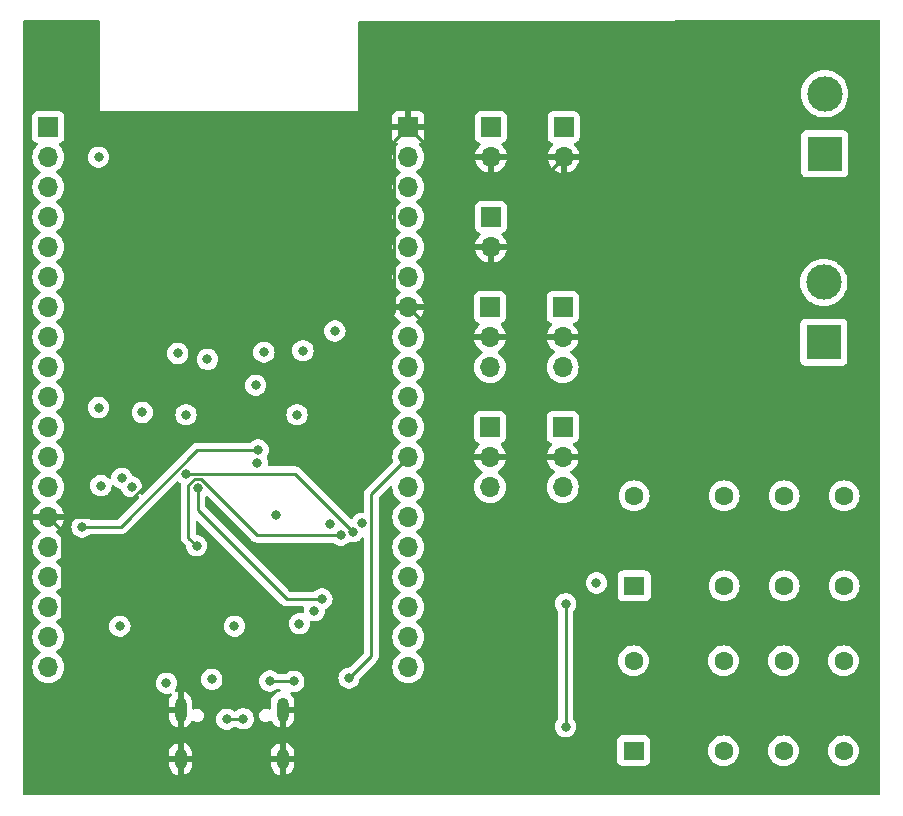
<source format=gbr>
%TF.GenerationSoftware,KiCad,Pcbnew,7.0.1*%
%TF.CreationDate,2023-04-20T15:34:15-04:00*%
%TF.ProjectId,esp,6573702e-6b69-4636-9164-5f7063625858,1.0*%
%TF.SameCoordinates,Original*%
%TF.FileFunction,Copper,L4,Bot*%
%TF.FilePolarity,Positive*%
%FSLAX46Y46*%
G04 Gerber Fmt 4.6, Leading zero omitted, Abs format (unit mm)*
G04 Created by KiCad (PCBNEW 7.0.1) date 2023-04-20 15:34:15*
%MOMM*%
%LPD*%
G01*
G04 APERTURE LIST*
%TA.AperFunction,ComponentPad*%
%ADD10R,3.000000X3.000000*%
%TD*%
%TA.AperFunction,ComponentPad*%
%ADD11C,3.000000*%
%TD*%
%TA.AperFunction,ComponentPad*%
%ADD12R,1.700000X1.700000*%
%TD*%
%TA.AperFunction,ComponentPad*%
%ADD13O,1.700000X1.700000*%
%TD*%
%TA.AperFunction,ComponentPad*%
%ADD14C,1.600000*%
%TD*%
%TA.AperFunction,ComponentPad*%
%ADD15R,1.800000X1.600000*%
%TD*%
%TA.AperFunction,ComponentPad*%
%ADD16O,1.000000X2.100000*%
%TD*%
%TA.AperFunction,ComponentPad*%
%ADD17O,1.000000X1.800000*%
%TD*%
%TA.AperFunction,ViaPad*%
%ADD18C,0.800000*%
%TD*%
%TA.AperFunction,Conductor*%
%ADD19C,0.250000*%
%TD*%
G04 APERTURE END LIST*
D10*
%TO.P,J2,1,Pin_1*%
%TO.N,Net-(J2-Pin_1)*%
X188975000Y-71705000D03*
D11*
%TO.P,J2,2,Pin_2*%
%TO.N,Net-(J2-Pin_2)*%
X188975000Y-66625000D03*
%TD*%
D10*
%TO.P,J1,1,Pin_1*%
%TO.N,Net-(J1-Pin_1)*%
X188900000Y-87675000D03*
D11*
%TO.P,J1,2,Pin_2*%
%TO.N,Net-(J1-Pin_2)*%
X188900000Y-82595000D03*
%TD*%
D12*
%TO.P,J4,1,Pin_1*%
%TO.N,/IO21*%
X160722734Y-77048200D03*
D13*
%TO.P,J4,2,Pin_2*%
%TO.N,GND*%
X160722734Y-79588200D03*
%TD*%
D14*
%TO.P,K1,11*%
%TO.N,Net-(J1-Pin_2)*%
X180463300Y-108283900D03*
%TO.P,K1,12*%
%TO.N,unconnected-(K1-Pad12)*%
X185543300Y-108283900D03*
%TO.P,K1,14*%
%TO.N,Net-(J2-Pin_2)*%
X190623300Y-108283900D03*
%TO.P,K1,21*%
%TO.N,Net-(J2-Pin_1)*%
X180463300Y-100663900D03*
%TO.P,K1,22*%
%TO.N,unconnected-(K1-Pad22)*%
X185543300Y-100663900D03*
%TO.P,K1,24*%
%TO.N,Net-(J1-Pin_1)*%
X190623300Y-100663900D03*
D15*
%TO.P,K1,A1*%
%TO.N,+5V*%
X172843300Y-108283900D03*
D14*
%TO.P,K1,A2*%
%TO.N,Net-(U3-O1)*%
X172843300Y-100663900D03*
%TD*%
D12*
%TO.P,J9,1,Pin_1*%
%TO.N,+5V*%
X160646534Y-84683600D03*
D13*
%TO.P,J9,2,Pin_2*%
%TO.N,GND*%
X160646534Y-87223600D03*
%TO.P,J9,3,Pin_3*%
%TO.N,/IO18*%
X160646534Y-89763600D03*
%TD*%
D12*
%TO.P,J7,1,Pin_1*%
%TO.N,Net-(J7-Pin_1)*%
X160722734Y-69428200D03*
D13*
%TO.P,J7,2,Pin_2*%
%TO.N,GND*%
X160722734Y-71968200D03*
%TD*%
D12*
%TO.P,J6,1,Pin_1*%
%TO.N,+5V*%
X166793334Y-94843600D03*
D13*
%TO.P,J6,2,Pin_2*%
%TO.N,GND*%
X166793334Y-97383600D03*
%TO.P,J6,3,Pin_3*%
%TO.N,/IO16*%
X166793334Y-99923600D03*
%TD*%
D12*
%TO.P,J3,1,Pin_1*%
%TO.N,Net-(J3-Pin_1)*%
X166869534Y-69428200D03*
D13*
%TO.P,J3,2,Pin_2*%
%TO.N,GND*%
X166869534Y-71968200D03*
%TD*%
D16*
%TO.P,P1,S1,SHIELD*%
%TO.N,GND*%
X134440200Y-118764200D03*
D17*
X134440200Y-122944200D03*
D16*
X143080200Y-118764200D03*
D17*
X143080200Y-122944200D03*
%TD*%
D14*
%TO.P,K2,11*%
%TO.N,Net-(J1-Pin_1)*%
X180416200Y-122250200D03*
%TO.P,K2,12*%
%TO.N,unconnected-(K2-Pad12)*%
X185496200Y-122250200D03*
%TO.P,K2,14*%
%TO.N,Net-(J2-Pin_2)*%
X190576200Y-122250200D03*
%TO.P,K2,21*%
%TO.N,Net-(J2-Pin_1)*%
X180416200Y-114630200D03*
%TO.P,K2,22*%
%TO.N,unconnected-(K2-Pad22)*%
X185496200Y-114630200D03*
%TO.P,K2,24*%
%TO.N,Net-(J1-Pin_2)*%
X190576200Y-114630200D03*
D15*
%TO.P,K2,A1*%
%TO.N,+5V*%
X172796200Y-122250200D03*
D14*
%TO.P,K2,A2*%
%TO.N,Net-(U3-O2)*%
X172796200Y-114630200D03*
%TD*%
D12*
%TO.P,J10,1,Pin_1*%
%TO.N,+5V*%
X160646534Y-94843600D03*
D13*
%TO.P,J10,2,Pin_2*%
%TO.N,GND*%
X160646534Y-97383600D03*
%TO.P,J10,3,Pin_3*%
%TO.N,/IO17*%
X160646534Y-99923600D03*
%TD*%
D12*
%TO.P,J11,1,Pin_1*%
%TO.N,+3.3V*%
X123240800Y-69453600D03*
D13*
%TO.P,J11,2,Pin_2*%
%TO.N,/EN*%
X123240800Y-71993600D03*
%TO.P,J11,3,Pin_3*%
%TO.N,/VP*%
X123240800Y-74533600D03*
%TO.P,J11,4,Pin_4*%
%TO.N,/VN*%
X123240800Y-77073600D03*
%TO.P,J11,5,Pin_5*%
%TO.N,/IO34*%
X123240800Y-79613600D03*
%TO.P,J11,6,Pin_6*%
%TO.N,/IO35*%
X123240800Y-82153600D03*
%TO.P,J11,7,Pin_7*%
%TO.N,/IO32*%
X123240800Y-84693600D03*
%TO.P,J11,8,Pin_8*%
%TO.N,/IO33*%
X123240800Y-87233600D03*
%TO.P,J11,9,Pin_9*%
%TO.N,/IO25*%
X123240800Y-89773600D03*
%TO.P,J11,10,Pin_10*%
%TO.N,/IO26*%
X123240800Y-92313600D03*
%TO.P,J11,11,Pin_11*%
%TO.N,/IO27*%
X123240800Y-94853600D03*
%TO.P,J11,12,Pin_12*%
%TO.N,/IO14*%
X123240800Y-97393600D03*
%TO.P,J11,13,Pin_13*%
%TO.N,/IO12*%
X123240800Y-99933600D03*
%TO.P,J11,14,Pin_14*%
%TO.N,GND*%
X123240800Y-102473600D03*
%TO.P,J11,15,Pin_15*%
%TO.N,/IO13*%
X123240800Y-105013600D03*
%TO.P,J11,16,Pin_16*%
%TO.N,unconnected-(J11-Pin_16-Pad16)*%
X123240800Y-107553600D03*
%TO.P,J11,17,Pin_17*%
%TO.N,unconnected-(J11-Pin_17-Pad17)*%
X123240800Y-110093600D03*
%TO.P,J11,18,Pin_18*%
%TO.N,unconnected-(J11-Pin_18-Pad18)*%
X123240800Y-112633600D03*
%TO.P,J11,19,Pin_19*%
%TO.N,+5V*%
X123240800Y-115173600D03*
%TD*%
D12*
%TO.P,J5,1,Pin_1*%
%TO.N,+5V*%
X166793334Y-84683600D03*
D13*
%TO.P,J5,2,Pin_2*%
%TO.N,GND*%
X166793334Y-87223600D03*
%TO.P,J5,3,Pin_3*%
%TO.N,/IO5*%
X166793334Y-89763600D03*
%TD*%
D12*
%TO.P,J12,1,Pin_1*%
%TO.N,GND*%
X153720800Y-69453600D03*
D13*
%TO.P,J12,2,Pin_2*%
%TO.N,/IO23*%
X153720800Y-71993600D03*
%TO.P,J12,3,Pin_3*%
%TO.N,/IO22*%
X153720800Y-74533600D03*
%TO.P,J12,4,Pin_4*%
%TO.N,/RX*%
X153720800Y-77073600D03*
%TO.P,J12,5,Pin_5*%
%TO.N,/TX*%
X153720800Y-79613600D03*
%TO.P,J12,6,Pin_6*%
%TO.N,/IO21*%
X153720800Y-82153600D03*
%TO.P,J12,7,Pin_7*%
%TO.N,GND*%
X153720800Y-84693600D03*
%TO.P,J12,8,Pin_8*%
%TO.N,/IO19*%
X153720800Y-87233600D03*
%TO.P,J12,9,Pin_9*%
%TO.N,/IO18*%
X153720800Y-89773600D03*
%TO.P,J12,10,Pin_10*%
%TO.N,/IO5*%
X153720800Y-92313600D03*
%TO.P,J12,11,Pin_11*%
%TO.N,/IO17*%
X153720800Y-94853600D03*
%TO.P,J12,12,Pin_12*%
%TO.N,/IO16*%
X153720800Y-97393600D03*
%TO.P,J12,13,Pin_13*%
%TO.N,/IO4*%
X153720800Y-99933600D03*
%TO.P,J12,14,Pin_14*%
%TO.N,/IO0*%
X153720800Y-102473600D03*
%TO.P,J12,15,Pin_15*%
%TO.N,/IO2*%
X153720800Y-105013600D03*
%TO.P,J12,16,Pin_16*%
%TO.N,/IO15*%
X153720800Y-107553600D03*
%TO.P,J12,17,Pin_17*%
%TO.N,unconnected-(J12-Pin_17-Pad17)*%
X153720800Y-110093600D03*
%TO.P,J12,18,Pin_18*%
%TO.N,unconnected-(J12-Pin_18-Pad18)*%
X153720800Y-112633600D03*
%TO.P,J12,19,Pin_19*%
%TO.N,unconnected-(J12-Pin_19-Pad19)*%
X153720800Y-115173600D03*
%TD*%
D18*
%TO.N,+5V*%
X142488700Y-102288700D03*
X139000000Y-111700000D03*
X144500000Y-111500000D03*
%TO.N,GND*%
X126750000Y-68900000D03*
X138660200Y-76100000D03*
X137950000Y-76835200D03*
X137400000Y-91400000D03*
X137950000Y-75435200D03*
X136550000Y-78235200D03*
X137950000Y-78235200D03*
X137260200Y-76150000D03*
X137260200Y-77550000D03*
X135860200Y-77550000D03*
X135860200Y-76150000D03*
X135844400Y-108055600D03*
X136550000Y-75435200D03*
X138660200Y-77550000D03*
X136550000Y-76835200D03*
%TO.N,+3.3V*%
X134900000Y-93800000D03*
X144300000Y-93800000D03*
X141024283Y-96775500D03*
X126100000Y-103300000D03*
X167050000Y-109800000D03*
X167050000Y-120200000D03*
%TO.N,Net-(U2-DTR)*%
X134900000Y-98800000D03*
X149017100Y-103700000D03*
%TO.N,Net-(D1-K)*%
X146400000Y-109400000D03*
X135900000Y-100000000D03*
%TO.N,Net-(D2-K)*%
X145767100Y-110400000D03*
X140950000Y-97875000D03*
%TO.N,/EN*%
X127500000Y-71993600D03*
X129300000Y-111700000D03*
X130300000Y-99900000D03*
%TO.N,/IO13*%
X134200000Y-88600000D03*
%TO.N,/IO21*%
X169650000Y-108050000D03*
%TO.N,/IO18*%
X127700000Y-99800000D03*
%TO.N,/IO17*%
X136713000Y-89100000D03*
%TO.N,/IO16*%
X148700000Y-116100000D03*
%TO.N,/IO0*%
X129468100Y-99168100D03*
X144800000Y-88375500D03*
X147500000Y-86700000D03*
%TO.N,/IO2*%
X140800000Y-91300000D03*
%TO.N,/IO15*%
X141500000Y-88500000D03*
%TO.N,Net-(P1-CC1)*%
X133250000Y-116525000D03*
X137084700Y-116200000D03*
%TO.N,/D+*%
X139749500Y-119538741D03*
X138350000Y-119575000D03*
%TO.N,/RST*%
X135800000Y-104900000D03*
X148000000Y-104000000D03*
%TO.N,Net-(U2-TXD)*%
X149800000Y-103000000D03*
X131200000Y-93600000D03*
%TO.N,Net-(U2-RXD)*%
X127500000Y-93200000D03*
X147100000Y-103013200D03*
%TO.N,Net-(P1-CC2)*%
X144025000Y-116375000D03*
X142000000Y-116350000D03*
%TD*%
D19*
%TO.N,GND*%
X166793334Y-87223600D02*
X164500000Y-87223600D01*
X164500000Y-87223600D02*
X164500000Y-89516934D01*
X160646534Y-87223600D02*
X164500000Y-87223600D01*
X164510000Y-79578200D02*
X164500000Y-79588200D01*
X164500000Y-79588200D02*
X164500000Y-81947734D01*
X160722734Y-79588200D02*
X164500000Y-79588200D01*
X164500000Y-97283600D02*
X164600000Y-97383600D01*
X164500000Y-89516934D02*
X164500000Y-97283600D01*
X164600000Y-97383600D02*
X160646534Y-97383600D01*
X166793334Y-97383600D02*
X164600000Y-97383600D01*
X137400000Y-91400000D02*
X137400000Y-93825305D01*
X131964200Y-118764200D02*
X134440200Y-118764200D01*
X160722734Y-71968200D02*
X162130466Y-71968200D01*
X164500000Y-81947734D02*
X164500000Y-89516934D01*
X138700000Y-90100000D02*
X137400000Y-91400000D01*
X128751705Y-102473600D02*
X123240800Y-102473600D01*
X153720800Y-69453600D02*
X152545800Y-70628600D01*
X134440200Y-122944200D02*
X143080200Y-122944200D01*
X156235400Y-71968200D02*
X153720800Y-69453600D01*
X143080200Y-119319800D02*
X143080200Y-118764200D01*
X143080200Y-122944200D02*
X143080200Y-118764200D01*
X134440200Y-118764200D02*
X134440200Y-119314200D01*
X164500000Y-74337734D02*
X164500000Y-81947734D01*
X147550000Y-90100000D02*
X138700000Y-90100000D01*
X134440200Y-122944200D02*
X134440200Y-118764200D01*
X156250800Y-87223600D02*
X153720800Y-84693600D01*
X162130466Y-71968200D02*
X164500000Y-74337734D01*
X152545800Y-85104200D02*
X147550000Y-90100000D01*
X134440200Y-109459800D02*
X135844400Y-108055600D01*
X134440200Y-118764200D02*
X134440200Y-109459800D01*
X137400000Y-93825305D02*
X128751705Y-102473600D01*
X152545800Y-70628600D02*
X152545800Y-85104200D01*
X160722734Y-71968200D02*
X156235400Y-71968200D01*
X160646534Y-87223600D02*
X156250800Y-87223600D01*
X124415800Y-111215800D02*
X131964200Y-118764200D01*
X124415800Y-103648600D02*
X124415800Y-111215800D01*
X166869534Y-71968200D02*
X164500000Y-74337734D01*
X123240800Y-102473600D02*
X124415800Y-103648600D01*
%TO.N,+3.3V*%
X141024283Y-96775500D02*
X140999783Y-96800000D01*
X140999783Y-96800000D02*
X135874695Y-96800000D01*
X135874695Y-96800000D02*
X129374695Y-103300000D01*
X129374695Y-103300000D02*
X126100000Y-103300000D01*
X167050000Y-109800000D02*
X167050000Y-120200000D01*
%TO.N,Net-(U2-DTR)*%
X144117100Y-98800000D02*
X134900000Y-98800000D01*
X149017100Y-103700000D02*
X144117100Y-98800000D01*
%TO.N,Net-(D1-K)*%
X135900000Y-100000000D02*
X135900000Y-101874695D01*
X143425305Y-109400000D02*
X146400000Y-109400000D01*
X135900000Y-101874695D02*
X143425305Y-109400000D01*
%TO.N,/IO16*%
X150600000Y-100514400D02*
X153720800Y-97393600D01*
X150600000Y-114200000D02*
X150600000Y-100514400D01*
X148700000Y-116100000D02*
X150600000Y-114200000D01*
%TO.N,/D+*%
X139749500Y-119538741D02*
X139713241Y-119575000D01*
X139713241Y-119575000D02*
X138350000Y-119575000D01*
%TO.N,/RST*%
X135624695Y-99250000D02*
X135100000Y-99774695D01*
X135100000Y-104200000D02*
X135800000Y-104900000D01*
X136175305Y-99250000D02*
X135624695Y-99250000D01*
X140925305Y-104000000D02*
X136175305Y-99250000D01*
X135100000Y-99774695D02*
X135100000Y-104200000D01*
X148000000Y-104000000D02*
X140925305Y-104000000D01*
%TO.N,Net-(P1-CC2)*%
X142025000Y-116375000D02*
X142000000Y-116350000D01*
X144025000Y-116375000D02*
X142025000Y-116375000D01*
%TD*%
%TA.AperFunction,Conductor*%
%TO.N,GND*%
G36*
X127538000Y-60416613D02*
G01*
X127583387Y-60462000D01*
X127600000Y-60524000D01*
X127600000Y-68100000D01*
X149500000Y-68100000D01*
X149500000Y-66624999D01*
X186969389Y-66624999D01*
X186989804Y-66910429D01*
X187050629Y-67190041D01*
X187150634Y-67458163D01*
X187287772Y-67709313D01*
X187373517Y-67823855D01*
X187459261Y-67938395D01*
X187661605Y-68140739D01*
X187833415Y-68269354D01*
X187890686Y-68312227D01*
X188030435Y-68388535D01*
X188141839Y-68449367D01*
X188409954Y-68549369D01*
X188409957Y-68549369D01*
X188409958Y-68549370D01*
X188462217Y-68560738D01*
X188689572Y-68610196D01*
X188953012Y-68629037D01*
X188974999Y-68630610D01*
X188974999Y-68630609D01*
X188975000Y-68630610D01*
X189260428Y-68610196D01*
X189540046Y-68549369D01*
X189808161Y-68449367D01*
X190059315Y-68312226D01*
X190288395Y-68140739D01*
X190490739Y-67938395D01*
X190662226Y-67709315D01*
X190799367Y-67458161D01*
X190899369Y-67190046D01*
X190960196Y-66910428D01*
X190980610Y-66625000D01*
X190960196Y-66339572D01*
X190899369Y-66059954D01*
X190799367Y-65791839D01*
X190662226Y-65540685D01*
X190490739Y-65311605D01*
X190288395Y-65109261D01*
X190173855Y-65023517D01*
X190059313Y-64937772D01*
X189808163Y-64800634D01*
X189808162Y-64800633D01*
X189808161Y-64800633D01*
X189540046Y-64700631D01*
X189540041Y-64700629D01*
X189260429Y-64639804D01*
X188975000Y-64619389D01*
X188689570Y-64639804D01*
X188409958Y-64700629D01*
X188141836Y-64800634D01*
X187890686Y-64937772D01*
X187661602Y-65109263D01*
X187459263Y-65311602D01*
X187287772Y-65540686D01*
X187150634Y-65791836D01*
X187050629Y-66059958D01*
X186989804Y-66339570D01*
X186969389Y-66624999D01*
X149500000Y-66624999D01*
X149500000Y-60573860D01*
X149516589Y-60511900D01*
X149561919Y-60466520D01*
X149623860Y-60449860D01*
X158780526Y-60439501D01*
X193575861Y-60400140D01*
X193637919Y-60416706D01*
X193683364Y-60462100D01*
X193700000Y-60524140D01*
X193700000Y-125876000D01*
X193683387Y-125938000D01*
X193638000Y-125983387D01*
X193576000Y-126000000D01*
X121224000Y-126000000D01*
X121162000Y-125983387D01*
X121116613Y-125938000D01*
X121100000Y-125876000D01*
X121100000Y-123194200D01*
X133440200Y-123194200D01*
X133440200Y-123394910D01*
X133455619Y-123546539D01*
X133516503Y-123740589D01*
X133615203Y-123918414D01*
X133747679Y-124072731D01*
X133908507Y-124197221D01*
X134091105Y-124286789D01*
X134190199Y-124312446D01*
X134190200Y-124312446D01*
X134190200Y-123194200D01*
X134690200Y-123194200D01*
X134690200Y-124317566D01*
X134692148Y-124317267D01*
X134882863Y-124246635D01*
X135055463Y-124139054D01*
X135202869Y-123998933D01*
X135319055Y-123832005D01*
X135399259Y-123645107D01*
X135440200Y-123445889D01*
X135440200Y-123194200D01*
X142080200Y-123194200D01*
X142080200Y-123394910D01*
X142095619Y-123546539D01*
X142156503Y-123740589D01*
X142255203Y-123918414D01*
X142387679Y-124072731D01*
X142548507Y-124197221D01*
X142731105Y-124286789D01*
X142830199Y-124312446D01*
X142830200Y-124312447D01*
X142830200Y-123194200D01*
X143330200Y-123194200D01*
X143330200Y-124317566D01*
X143332148Y-124317267D01*
X143522863Y-124246635D01*
X143695463Y-124139054D01*
X143842869Y-123998933D01*
X143959055Y-123832005D01*
X144039259Y-123645107D01*
X144080200Y-123445889D01*
X144080200Y-123194200D01*
X143330200Y-123194200D01*
X142830200Y-123194200D01*
X142080200Y-123194200D01*
X135440200Y-123194200D01*
X134690200Y-123194200D01*
X134190200Y-123194200D01*
X133440200Y-123194200D01*
X121100000Y-123194200D01*
X121100000Y-123098069D01*
X171395700Y-123098069D01*
X171402109Y-123157683D01*
X171452404Y-123292531D01*
X171538654Y-123407746D01*
X171653869Y-123493996D01*
X171788717Y-123544291D01*
X171848327Y-123550700D01*
X173744072Y-123550699D01*
X173803683Y-123544291D01*
X173938531Y-123493996D01*
X174053746Y-123407746D01*
X174139996Y-123292531D01*
X174190291Y-123157683D01*
X174196700Y-123098073D01*
X174196699Y-122250200D01*
X179110731Y-122250200D01*
X179130564Y-122476889D01*
X179189461Y-122696697D01*
X179285632Y-122902935D01*
X179416153Y-123089340D01*
X179577059Y-123250246D01*
X179763464Y-123380767D01*
X179763465Y-123380767D01*
X179763466Y-123380768D01*
X179969704Y-123476939D01*
X180189508Y-123535835D01*
X180416200Y-123555668D01*
X180642892Y-123535835D01*
X180862696Y-123476939D01*
X181068934Y-123380768D01*
X181255339Y-123250247D01*
X181416247Y-123089339D01*
X181546768Y-122902934D01*
X181642939Y-122696696D01*
X181701835Y-122476892D01*
X181721668Y-122250200D01*
X184190731Y-122250200D01*
X184210564Y-122476889D01*
X184269461Y-122696697D01*
X184365632Y-122902935D01*
X184496153Y-123089340D01*
X184657059Y-123250246D01*
X184843464Y-123380767D01*
X184843465Y-123380767D01*
X184843466Y-123380768D01*
X185049704Y-123476939D01*
X185269508Y-123535835D01*
X185496200Y-123555668D01*
X185722892Y-123535835D01*
X185942696Y-123476939D01*
X186148934Y-123380768D01*
X186335339Y-123250247D01*
X186496247Y-123089339D01*
X186626768Y-122902934D01*
X186722939Y-122696696D01*
X186781835Y-122476892D01*
X186801668Y-122250200D01*
X189270731Y-122250200D01*
X189290564Y-122476889D01*
X189349461Y-122696697D01*
X189445632Y-122902935D01*
X189576153Y-123089340D01*
X189737059Y-123250246D01*
X189923464Y-123380767D01*
X189923465Y-123380767D01*
X189923466Y-123380768D01*
X190129704Y-123476939D01*
X190349508Y-123535835D01*
X190576200Y-123555668D01*
X190802892Y-123535835D01*
X191022696Y-123476939D01*
X191228934Y-123380768D01*
X191415339Y-123250247D01*
X191576247Y-123089339D01*
X191706768Y-122902934D01*
X191802939Y-122696696D01*
X191861835Y-122476892D01*
X191881668Y-122250200D01*
X191861835Y-122023508D01*
X191802939Y-121803704D01*
X191706768Y-121597466D01*
X191688120Y-121570834D01*
X191576246Y-121411059D01*
X191415340Y-121250153D01*
X191228935Y-121119632D01*
X191022697Y-121023461D01*
X190802889Y-120964564D01*
X190576200Y-120944731D01*
X190349510Y-120964564D01*
X190129702Y-121023461D01*
X189923464Y-121119632D01*
X189737059Y-121250153D01*
X189576153Y-121411059D01*
X189445632Y-121597464D01*
X189349461Y-121803702D01*
X189290564Y-122023510D01*
X189270731Y-122250200D01*
X186801668Y-122250200D01*
X186781835Y-122023508D01*
X186722939Y-121803704D01*
X186626768Y-121597466D01*
X186608120Y-121570834D01*
X186496246Y-121411059D01*
X186335340Y-121250153D01*
X186148935Y-121119632D01*
X185942697Y-121023461D01*
X185722889Y-120964564D01*
X185496200Y-120944731D01*
X185269510Y-120964564D01*
X185049702Y-121023461D01*
X184843464Y-121119632D01*
X184657059Y-121250153D01*
X184496153Y-121411059D01*
X184365632Y-121597464D01*
X184269461Y-121803702D01*
X184210564Y-122023510D01*
X184190731Y-122250200D01*
X181721668Y-122250200D01*
X181701835Y-122023508D01*
X181642939Y-121803704D01*
X181546768Y-121597466D01*
X181528120Y-121570834D01*
X181416246Y-121411059D01*
X181255340Y-121250153D01*
X181068935Y-121119632D01*
X180862697Y-121023461D01*
X180642889Y-120964564D01*
X180416200Y-120944731D01*
X180189510Y-120964564D01*
X179969702Y-121023461D01*
X179763464Y-121119632D01*
X179577059Y-121250153D01*
X179416153Y-121411059D01*
X179285632Y-121597464D01*
X179189461Y-121803702D01*
X179130564Y-122023510D01*
X179110731Y-122250200D01*
X174196699Y-122250200D01*
X174196699Y-121402328D01*
X174190291Y-121342717D01*
X174139996Y-121207869D01*
X174053746Y-121092654D01*
X173938531Y-121006404D01*
X173803683Y-120956109D01*
X173744073Y-120949700D01*
X173744069Y-120949700D01*
X171848330Y-120949700D01*
X171788715Y-120956109D01*
X171653869Y-121006404D01*
X171538654Y-121092654D01*
X171452404Y-121207868D01*
X171402109Y-121342716D01*
X171395700Y-121402330D01*
X171395700Y-123098069D01*
X121100000Y-123098069D01*
X121100000Y-122694200D01*
X133440200Y-122694200D01*
X134190200Y-122694200D01*
X134190200Y-121575953D01*
X134690200Y-121575953D01*
X134690200Y-122694200D01*
X135440200Y-122694200D01*
X142080200Y-122694200D01*
X142830200Y-122694200D01*
X142830200Y-121575953D01*
X143330200Y-121575953D01*
X143330200Y-122694200D01*
X144080200Y-122694200D01*
X144080200Y-122493490D01*
X144064780Y-122341860D01*
X144003896Y-122147810D01*
X143905196Y-121969985D01*
X143772720Y-121815668D01*
X143611892Y-121691178D01*
X143429294Y-121601610D01*
X143330200Y-121575953D01*
X142830200Y-121575953D01*
X142830200Y-121570834D01*
X142828251Y-121571132D01*
X142637536Y-121641764D01*
X142464936Y-121749345D01*
X142317530Y-121889466D01*
X142201344Y-122056394D01*
X142121140Y-122243292D01*
X142080200Y-122442511D01*
X142080200Y-122694200D01*
X135440200Y-122694200D01*
X135440200Y-122493490D01*
X135424780Y-122341860D01*
X135363896Y-122147810D01*
X135265196Y-121969985D01*
X135132720Y-121815668D01*
X134971892Y-121691178D01*
X134789294Y-121601610D01*
X134690200Y-121575953D01*
X134190200Y-121575953D01*
X134190200Y-121570834D01*
X134188251Y-121571132D01*
X133997536Y-121641764D01*
X133824936Y-121749345D01*
X133677530Y-121889466D01*
X133561344Y-122056394D01*
X133481140Y-122243292D01*
X133440200Y-122442511D01*
X133440200Y-122694200D01*
X121100000Y-122694200D01*
X121100000Y-119014200D01*
X133440200Y-119014200D01*
X133440200Y-119364910D01*
X133455619Y-119516539D01*
X133516503Y-119710589D01*
X133615203Y-119888414D01*
X133747679Y-120042731D01*
X133908507Y-120167221D01*
X134091105Y-120256789D01*
X134190199Y-120282446D01*
X134190200Y-120282446D01*
X134190200Y-119014200D01*
X133440200Y-119014200D01*
X121100000Y-119014200D01*
X121100000Y-115173599D01*
X121885140Y-115173599D01*
X121905736Y-115409007D01*
X121937382Y-115527110D01*
X121966897Y-115637263D01*
X122066765Y-115851430D01*
X122202305Y-116045001D01*
X122369399Y-116212095D01*
X122562970Y-116347635D01*
X122777137Y-116447503D01*
X123005392Y-116508663D01*
X123240800Y-116529259D01*
X123289491Y-116524999D01*
X132344540Y-116524999D01*
X132364326Y-116713257D01*
X132422820Y-116893284D01*
X132517466Y-117057216D01*
X132644129Y-117197889D01*
X132797269Y-117309151D01*
X132970197Y-117386144D01*
X133155352Y-117425500D01*
X133155354Y-117425500D01*
X133344646Y-117425500D01*
X133344647Y-117425500D01*
X133434539Y-117406392D01*
X133529803Y-117386144D01*
X133529803Y-117386143D01*
X133538115Y-117384377D01*
X133596758Y-117386101D01*
X133648044Y-117414590D01*
X133680494Y-117463466D01*
X133686843Y-117521790D01*
X133665671Y-117576504D01*
X133561344Y-117726394D01*
X133481140Y-117913292D01*
X133440200Y-118112511D01*
X133440200Y-118514200D01*
X134190200Y-118514200D01*
X134190200Y-117245953D01*
X134690200Y-117245953D01*
X134690200Y-120287566D01*
X134692148Y-120287267D01*
X134882863Y-120216635D01*
X135055463Y-120109054D01*
X135202869Y-119968933D01*
X135319056Y-119802004D01*
X135332122Y-119771557D01*
X135365203Y-119726456D01*
X135414738Y-119700480D01*
X135470649Y-119698916D01*
X135521558Y-119722079D01*
X135579967Y-119766898D01*
X135719963Y-119824886D01*
X135719964Y-119824887D01*
X135832479Y-119839700D01*
X135832480Y-119839700D01*
X135907920Y-119839700D01*
X135907921Y-119839700D01*
X135964177Y-119832293D01*
X136020436Y-119824887D01*
X136160433Y-119766898D01*
X136280651Y-119674651D01*
X136357116Y-119575000D01*
X137444540Y-119575000D01*
X137464326Y-119763257D01*
X137522820Y-119943284D01*
X137617466Y-120107216D01*
X137744129Y-120247889D01*
X137897269Y-120359151D01*
X138070197Y-120436144D01*
X138255352Y-120475500D01*
X138255354Y-120475500D01*
X138444646Y-120475500D01*
X138444648Y-120475500D01*
X138568083Y-120449262D01*
X138629803Y-120436144D01*
X138802730Y-120359151D01*
X138955871Y-120247888D01*
X138961598Y-120241526D01*
X139003312Y-120211220D01*
X139053747Y-120200500D01*
X139088022Y-120200500D01*
X139126340Y-120206569D01*
X139160903Y-120224179D01*
X139296770Y-120322892D01*
X139296771Y-120322892D01*
X139296772Y-120322893D01*
X139469697Y-120399885D01*
X139654852Y-120439241D01*
X139654854Y-120439241D01*
X139844146Y-120439241D01*
X139844148Y-120439241D01*
X139967583Y-120413003D01*
X140029303Y-120399885D01*
X140202230Y-120322892D01*
X140257898Y-120282447D01*
X140355370Y-120211630D01*
X140482033Y-120070957D01*
X140576679Y-119907025D01*
X140598554Y-119839700D01*
X140635174Y-119726997D01*
X140654960Y-119538741D01*
X140635174Y-119350485D01*
X140607137Y-119264199D01*
X141069733Y-119264199D01*
X141089512Y-119414435D01*
X141141002Y-119538741D01*
X141147502Y-119554433D01*
X141239749Y-119674651D01*
X141359967Y-119766898D01*
X141499963Y-119824886D01*
X141499964Y-119824887D01*
X141612479Y-119839700D01*
X141612480Y-119839700D01*
X141687920Y-119839700D01*
X141687921Y-119839700D01*
X141744177Y-119832293D01*
X141800436Y-119824887D01*
X141940433Y-119766898D01*
X141999780Y-119721358D01*
X142047616Y-119698858D01*
X142100481Y-119698327D01*
X142148762Y-119719866D01*
X142183683Y-119759559D01*
X142255203Y-119888414D01*
X142387679Y-120042731D01*
X142548507Y-120167221D01*
X142731105Y-120256789D01*
X142830199Y-120282446D01*
X142830200Y-120282447D01*
X142830200Y-119014200D01*
X143330200Y-119014200D01*
X143330200Y-120287566D01*
X143332148Y-120287267D01*
X143522863Y-120216635D01*
X143549552Y-120200000D01*
X166144540Y-120200000D01*
X166145719Y-120211220D01*
X166164326Y-120388257D01*
X166222820Y-120568284D01*
X166317466Y-120732216D01*
X166444129Y-120872889D01*
X166597269Y-120984151D01*
X166770197Y-121061144D01*
X166955352Y-121100500D01*
X166955354Y-121100500D01*
X167144646Y-121100500D01*
X167144648Y-121100500D01*
X167268083Y-121074262D01*
X167329803Y-121061144D01*
X167502730Y-120984151D01*
X167655871Y-120872888D01*
X167782533Y-120732216D01*
X167877179Y-120568284D01*
X167935674Y-120388256D01*
X167955460Y-120200000D01*
X167935674Y-120011744D01*
X167901649Y-119907025D01*
X167877179Y-119831715D01*
X167782535Y-119667786D01*
X167735102Y-119615107D01*
X167707347Y-119584282D01*
X167683736Y-119545751D01*
X167675500Y-119501313D01*
X167675500Y-114630200D01*
X171490731Y-114630200D01*
X171510564Y-114856889D01*
X171569461Y-115076697D01*
X171665632Y-115282935D01*
X171796153Y-115469340D01*
X171957059Y-115630246D01*
X172143464Y-115760767D01*
X172143465Y-115760767D01*
X172143466Y-115760768D01*
X172349704Y-115856939D01*
X172569508Y-115915835D01*
X172796200Y-115935668D01*
X173022892Y-115915835D01*
X173242696Y-115856939D01*
X173448934Y-115760768D01*
X173635339Y-115630247D01*
X173796247Y-115469339D01*
X173926768Y-115282934D01*
X174022939Y-115076696D01*
X174081835Y-114856892D01*
X174101668Y-114630200D01*
X179110731Y-114630200D01*
X179130564Y-114856889D01*
X179189461Y-115076697D01*
X179285632Y-115282935D01*
X179416153Y-115469340D01*
X179577059Y-115630246D01*
X179763464Y-115760767D01*
X179763465Y-115760767D01*
X179763466Y-115760768D01*
X179969704Y-115856939D01*
X180189508Y-115915835D01*
X180416200Y-115935668D01*
X180642892Y-115915835D01*
X180862696Y-115856939D01*
X181068934Y-115760768D01*
X181255339Y-115630247D01*
X181416247Y-115469339D01*
X181546768Y-115282934D01*
X181642939Y-115076696D01*
X181701835Y-114856892D01*
X181721668Y-114630200D01*
X184190731Y-114630200D01*
X184210564Y-114856889D01*
X184269461Y-115076697D01*
X184365632Y-115282935D01*
X184496153Y-115469340D01*
X184657059Y-115630246D01*
X184843464Y-115760767D01*
X184843465Y-115760767D01*
X184843466Y-115760768D01*
X185049704Y-115856939D01*
X185269508Y-115915835D01*
X185496200Y-115935668D01*
X185722892Y-115915835D01*
X185942696Y-115856939D01*
X186148934Y-115760768D01*
X186335339Y-115630247D01*
X186496247Y-115469339D01*
X186626768Y-115282934D01*
X186722939Y-115076696D01*
X186781835Y-114856892D01*
X186801668Y-114630200D01*
X189270731Y-114630200D01*
X189290564Y-114856889D01*
X189349461Y-115076697D01*
X189445632Y-115282935D01*
X189576153Y-115469340D01*
X189737059Y-115630246D01*
X189923464Y-115760767D01*
X189923465Y-115760767D01*
X189923466Y-115760768D01*
X190129704Y-115856939D01*
X190349508Y-115915835D01*
X190576200Y-115935668D01*
X190802892Y-115915835D01*
X191022696Y-115856939D01*
X191228934Y-115760768D01*
X191415339Y-115630247D01*
X191576247Y-115469339D01*
X191706768Y-115282934D01*
X191802939Y-115076696D01*
X191861835Y-114856892D01*
X191881668Y-114630200D01*
X191861835Y-114403508D01*
X191802939Y-114183704D01*
X191706768Y-113977466D01*
X191695138Y-113960857D01*
X191576246Y-113791059D01*
X191415340Y-113630153D01*
X191228935Y-113499632D01*
X191022697Y-113403461D01*
X190802889Y-113344564D01*
X190576200Y-113324731D01*
X190349510Y-113344564D01*
X190129702Y-113403461D01*
X189923464Y-113499632D01*
X189737059Y-113630153D01*
X189576153Y-113791059D01*
X189445632Y-113977464D01*
X189349461Y-114183702D01*
X189290564Y-114403510D01*
X189270731Y-114630200D01*
X186801668Y-114630200D01*
X186781835Y-114403508D01*
X186722939Y-114183704D01*
X186626768Y-113977466D01*
X186615138Y-113960857D01*
X186496246Y-113791059D01*
X186335340Y-113630153D01*
X186148935Y-113499632D01*
X185942697Y-113403461D01*
X185722889Y-113344564D01*
X185496200Y-113324731D01*
X185269510Y-113344564D01*
X185049702Y-113403461D01*
X184843464Y-113499632D01*
X184657059Y-113630153D01*
X184496153Y-113791059D01*
X184365632Y-113977464D01*
X184269461Y-114183702D01*
X184210564Y-114403510D01*
X184190731Y-114630200D01*
X181721668Y-114630200D01*
X181701835Y-114403508D01*
X181642939Y-114183704D01*
X181546768Y-113977466D01*
X181535138Y-113960857D01*
X181416246Y-113791059D01*
X181255340Y-113630153D01*
X181068935Y-113499632D01*
X180862697Y-113403461D01*
X180642889Y-113344564D01*
X180416200Y-113324731D01*
X180189510Y-113344564D01*
X179969702Y-113403461D01*
X179763464Y-113499632D01*
X179577059Y-113630153D01*
X179416153Y-113791059D01*
X179285632Y-113977464D01*
X179189461Y-114183702D01*
X179130564Y-114403510D01*
X179110731Y-114630200D01*
X174101668Y-114630200D01*
X174081835Y-114403508D01*
X174022939Y-114183704D01*
X173926768Y-113977466D01*
X173915138Y-113960857D01*
X173796246Y-113791059D01*
X173635340Y-113630153D01*
X173448935Y-113499632D01*
X173242697Y-113403461D01*
X173022889Y-113344564D01*
X172796200Y-113324731D01*
X172569510Y-113344564D01*
X172349702Y-113403461D01*
X172143464Y-113499632D01*
X171957059Y-113630153D01*
X171796153Y-113791059D01*
X171665632Y-113977464D01*
X171569461Y-114183702D01*
X171510564Y-114403510D01*
X171490731Y-114630200D01*
X167675500Y-114630200D01*
X167675500Y-110498687D01*
X167683736Y-110454249D01*
X167707347Y-110415717D01*
X167782533Y-110332216D01*
X167796081Y-110308751D01*
X167877179Y-110168284D01*
X167901445Y-110093600D01*
X167935674Y-109988256D01*
X167955460Y-109800000D01*
X167935674Y-109611744D01*
X167902822Y-109510638D01*
X167877179Y-109431715D01*
X167782533Y-109267783D01*
X167660065Y-109131769D01*
X171442800Y-109131769D01*
X171449209Y-109191384D01*
X171474356Y-109258807D01*
X171499504Y-109326231D01*
X171585754Y-109441446D01*
X171700969Y-109527696D01*
X171835817Y-109577991D01*
X171895427Y-109584400D01*
X173791172Y-109584399D01*
X173850783Y-109577991D01*
X173985631Y-109527696D01*
X174100846Y-109441446D01*
X174187096Y-109326231D01*
X174237391Y-109191383D01*
X174243800Y-109131773D01*
X174243799Y-108283899D01*
X179157831Y-108283899D01*
X179177664Y-108510589D01*
X179236561Y-108730397D01*
X179332732Y-108936635D01*
X179463253Y-109123040D01*
X179624159Y-109283946D01*
X179810564Y-109414467D01*
X179810565Y-109414467D01*
X179810566Y-109414468D01*
X180016804Y-109510639D01*
X180236608Y-109569535D01*
X180463300Y-109589368D01*
X180689992Y-109569535D01*
X180909796Y-109510639D01*
X181116034Y-109414468D01*
X181302439Y-109283947D01*
X181463347Y-109123039D01*
X181593868Y-108936634D01*
X181690039Y-108730396D01*
X181748935Y-108510592D01*
X181768768Y-108283900D01*
X181768768Y-108283899D01*
X184237831Y-108283899D01*
X184257664Y-108510589D01*
X184316561Y-108730397D01*
X184412732Y-108936635D01*
X184543253Y-109123040D01*
X184704159Y-109283946D01*
X184890564Y-109414467D01*
X184890565Y-109414467D01*
X184890566Y-109414468D01*
X185096804Y-109510639D01*
X185316608Y-109569535D01*
X185543300Y-109589368D01*
X185769992Y-109569535D01*
X185989796Y-109510639D01*
X186196034Y-109414468D01*
X186382439Y-109283947D01*
X186543347Y-109123039D01*
X186673868Y-108936634D01*
X186770039Y-108730396D01*
X186828935Y-108510592D01*
X186848768Y-108283900D01*
X186848768Y-108283899D01*
X189317831Y-108283899D01*
X189337664Y-108510589D01*
X189396561Y-108730397D01*
X189492732Y-108936635D01*
X189623253Y-109123040D01*
X189784159Y-109283946D01*
X189970564Y-109414467D01*
X189970565Y-109414467D01*
X189970566Y-109414468D01*
X190176804Y-109510639D01*
X190396608Y-109569535D01*
X190623300Y-109589368D01*
X190849992Y-109569535D01*
X191069796Y-109510639D01*
X191276034Y-109414468D01*
X191462439Y-109283947D01*
X191623347Y-109123039D01*
X191753868Y-108936634D01*
X191850039Y-108730396D01*
X191908935Y-108510592D01*
X191928768Y-108283900D01*
X191908935Y-108057208D01*
X191850039Y-107837404D01*
X191753868Y-107631166D01*
X191699556Y-107553600D01*
X191623346Y-107444759D01*
X191462440Y-107283853D01*
X191276035Y-107153332D01*
X191069797Y-107057161D01*
X190849989Y-106998264D01*
X190623300Y-106978431D01*
X190396610Y-106998264D01*
X190176802Y-107057161D01*
X189970564Y-107153332D01*
X189784159Y-107283853D01*
X189623253Y-107444759D01*
X189492732Y-107631164D01*
X189396561Y-107837402D01*
X189337664Y-108057210D01*
X189317831Y-108283899D01*
X186848768Y-108283899D01*
X186828935Y-108057208D01*
X186770039Y-107837404D01*
X186673868Y-107631166D01*
X186619556Y-107553600D01*
X186543346Y-107444759D01*
X186382440Y-107283853D01*
X186196035Y-107153332D01*
X185989797Y-107057161D01*
X185769989Y-106998264D01*
X185543300Y-106978431D01*
X185316610Y-106998264D01*
X185096802Y-107057161D01*
X184890564Y-107153332D01*
X184704159Y-107283853D01*
X184543253Y-107444759D01*
X184412732Y-107631164D01*
X184316561Y-107837402D01*
X184257664Y-108057210D01*
X184237831Y-108283899D01*
X181768768Y-108283899D01*
X181748935Y-108057208D01*
X181690039Y-107837404D01*
X181593868Y-107631166D01*
X181539556Y-107553600D01*
X181463346Y-107444759D01*
X181302440Y-107283853D01*
X181116035Y-107153332D01*
X180909797Y-107057161D01*
X180689989Y-106998264D01*
X180463300Y-106978431D01*
X180236610Y-106998264D01*
X180016802Y-107057161D01*
X179810564Y-107153332D01*
X179624159Y-107283853D01*
X179463253Y-107444759D01*
X179332732Y-107631164D01*
X179236561Y-107837402D01*
X179177664Y-108057210D01*
X179157831Y-108283899D01*
X174243799Y-108283899D01*
X174243799Y-107436028D01*
X174237391Y-107376417D01*
X174187096Y-107241569D01*
X174100846Y-107126354D01*
X173985631Y-107040104D01*
X173850783Y-106989809D01*
X173791173Y-106983400D01*
X173791169Y-106983400D01*
X171895430Y-106983400D01*
X171835815Y-106989809D01*
X171700969Y-107040104D01*
X171585754Y-107126354D01*
X171499504Y-107241568D01*
X171449209Y-107376416D01*
X171442800Y-107436030D01*
X171442800Y-109131769D01*
X167660065Y-109131769D01*
X167655870Y-109127110D01*
X167502730Y-109015848D01*
X167329802Y-108938855D01*
X167144648Y-108899500D01*
X167144646Y-108899500D01*
X166955354Y-108899500D01*
X166955352Y-108899500D01*
X166770197Y-108938855D01*
X166597269Y-109015848D01*
X166444129Y-109127110D01*
X166317466Y-109267783D01*
X166222820Y-109431715D01*
X166164326Y-109611742D01*
X166144540Y-109800000D01*
X166164326Y-109988257D01*
X166222820Y-110168284D01*
X166317464Y-110332213D01*
X166317467Y-110332216D01*
X166392652Y-110415717D01*
X166416264Y-110454249D01*
X166424500Y-110498687D01*
X166424500Y-119501313D01*
X166416264Y-119545751D01*
X166392652Y-119584282D01*
X166364898Y-119615107D01*
X166317464Y-119667786D01*
X166222820Y-119831715D01*
X166164326Y-120011742D01*
X166147985Y-120167221D01*
X166144540Y-120200000D01*
X143549552Y-120200000D01*
X143695463Y-120109054D01*
X143842869Y-119968933D01*
X143959055Y-119802005D01*
X144039259Y-119615107D01*
X144080200Y-119415889D01*
X144080200Y-119014200D01*
X143330200Y-119014200D01*
X142830200Y-119014200D01*
X142830200Y-118638200D01*
X142846813Y-118576200D01*
X142892200Y-118530813D01*
X142954200Y-118514200D01*
X144080200Y-118514200D01*
X144080200Y-118163490D01*
X144064780Y-118011860D01*
X144003896Y-117817810D01*
X143905196Y-117639985D01*
X143772722Y-117485670D01*
X143767887Y-117481928D01*
X143728341Y-117429130D01*
X143721467Y-117363523D01*
X143749210Y-117303674D01*
X143803718Y-117266522D01*
X143869567Y-117262580D01*
X143930352Y-117275500D01*
X143930354Y-117275500D01*
X144119646Y-117275500D01*
X144119648Y-117275500D01*
X144258655Y-117245953D01*
X144304803Y-117236144D01*
X144477730Y-117159151D01*
X144512140Y-117134151D01*
X144630870Y-117047889D01*
X144757533Y-116907216D01*
X144852179Y-116743284D01*
X144909040Y-116568284D01*
X144910674Y-116563256D01*
X144930460Y-116375000D01*
X144910674Y-116186744D01*
X144852179Y-116006716D01*
X144852179Y-116006715D01*
X144757533Y-115842783D01*
X144630870Y-115702110D01*
X144477730Y-115590848D01*
X144304802Y-115513855D01*
X144119648Y-115474500D01*
X144119646Y-115474500D01*
X143930354Y-115474500D01*
X143930352Y-115474500D01*
X143745197Y-115513855D01*
X143572272Y-115590847D01*
X143508386Y-115637263D01*
X143419129Y-115702112D01*
X143413401Y-115708473D01*
X143371688Y-115738780D01*
X143321253Y-115749500D01*
X142726259Y-115749500D01*
X142675824Y-115738780D01*
X142634110Y-115708473D01*
X142605871Y-115677111D01*
X142452730Y-115565848D01*
X142279802Y-115488855D01*
X142094648Y-115449500D01*
X142094646Y-115449500D01*
X141905354Y-115449500D01*
X141905352Y-115449500D01*
X141720197Y-115488855D01*
X141547269Y-115565848D01*
X141394129Y-115677110D01*
X141267466Y-115817783D01*
X141172820Y-115981715D01*
X141114326Y-116161742D01*
X141094540Y-116350000D01*
X141114326Y-116538257D01*
X141172820Y-116718284D01*
X141267466Y-116882216D01*
X141394129Y-117022889D01*
X141547269Y-117134151D01*
X141720197Y-117211144D01*
X141905352Y-117250500D01*
X141905354Y-117250500D01*
X142094646Y-117250500D01*
X142094648Y-117250500D01*
X142218084Y-117224262D01*
X142279803Y-117211144D01*
X142452730Y-117134151D01*
X142604089Y-117024182D01*
X142638657Y-117006569D01*
X142676975Y-117000500D01*
X142786133Y-117000500D01*
X142851725Y-117019268D01*
X142897461Y-117069891D01*
X142909497Y-117137045D01*
X142884189Y-117200401D01*
X142829199Y-117240781D01*
X142637536Y-117311764D01*
X142582102Y-117346316D01*
X142580794Y-117346722D01*
X142579828Y-117347733D01*
X142464935Y-117419347D01*
X142317530Y-117559466D01*
X142201344Y-117726394D01*
X142121140Y-117913292D01*
X142080200Y-118112511D01*
X142080200Y-118633816D01*
X142065558Y-118692269D01*
X142025091Y-118736918D01*
X141968354Y-118757219D01*
X141908747Y-118748377D01*
X141800435Y-118703512D01*
X141687921Y-118688700D01*
X141687920Y-118688700D01*
X141612480Y-118688700D01*
X141612479Y-118688700D01*
X141499964Y-118703512D01*
X141359968Y-118761501D01*
X141239749Y-118853749D01*
X141147501Y-118973968D01*
X141089512Y-119113964D01*
X141069733Y-119264199D01*
X140607137Y-119264199D01*
X140604832Y-119257104D01*
X140576679Y-119170456D01*
X140482033Y-119006524D01*
X140355370Y-118865851D01*
X140202230Y-118754589D01*
X140029302Y-118677596D01*
X139844148Y-118638241D01*
X139844146Y-118638241D01*
X139654854Y-118638241D01*
X139654852Y-118638241D01*
X139469697Y-118677596D01*
X139296769Y-118754589D01*
X139143628Y-118865853D01*
X139124345Y-118887268D01*
X139074606Y-118920817D01*
X139014938Y-118927087D01*
X138959311Y-118904612D01*
X138955872Y-118902114D01*
X138955871Y-118902112D01*
X138802730Y-118790849D01*
X138802729Y-118790848D01*
X138802727Y-118790847D01*
X138629802Y-118713855D01*
X138444648Y-118674500D01*
X138444646Y-118674500D01*
X138255354Y-118674500D01*
X138255352Y-118674500D01*
X138070197Y-118713855D01*
X137897269Y-118790848D01*
X137744129Y-118902110D01*
X137617466Y-119042783D01*
X137522820Y-119206715D01*
X137464326Y-119386742D01*
X137444540Y-119575000D01*
X136357116Y-119575000D01*
X136372898Y-119554433D01*
X136430887Y-119414436D01*
X136450666Y-119264200D01*
X136430887Y-119113964D01*
X136372898Y-118973967D01*
X136280651Y-118853749D01*
X136160433Y-118761502D01*
X136150093Y-118757219D01*
X136020435Y-118703512D01*
X135907921Y-118688700D01*
X135907920Y-118688700D01*
X135832480Y-118688700D01*
X135832479Y-118688700D01*
X135719964Y-118703512D01*
X135611653Y-118748377D01*
X135552046Y-118757219D01*
X135495309Y-118736918D01*
X135454842Y-118692269D01*
X135440200Y-118633816D01*
X135440200Y-118163490D01*
X135424780Y-118011860D01*
X135363896Y-117817810D01*
X135265196Y-117639985D01*
X135132720Y-117485668D01*
X134971892Y-117361178D01*
X134789294Y-117271610D01*
X134690200Y-117245953D01*
X134190200Y-117245953D01*
X134190200Y-117240834D01*
X134188255Y-117241131D01*
X134103194Y-117272634D01*
X134038293Y-117278414D01*
X133979422Y-117250492D01*
X133942834Y-117196576D01*
X133938634Y-117131554D01*
X133967980Y-117073379D01*
X133978996Y-117061144D01*
X133982533Y-117057216D01*
X134077179Y-116893284D01*
X134135674Y-116713256D01*
X134155460Y-116525000D01*
X134135674Y-116336744D01*
X134091243Y-116200000D01*
X136179240Y-116200000D01*
X136199026Y-116388257D01*
X136257520Y-116568284D01*
X136352166Y-116732216D01*
X136478829Y-116872889D01*
X136631969Y-116984151D01*
X136804897Y-117061144D01*
X136990052Y-117100500D01*
X136990054Y-117100500D01*
X137179346Y-117100500D01*
X137179348Y-117100500D01*
X137323351Y-117069891D01*
X137364503Y-117061144D01*
X137537430Y-116984151D01*
X137569097Y-116961144D01*
X137690570Y-116872889D01*
X137817233Y-116732216D01*
X137911879Y-116568284D01*
X137951123Y-116447503D01*
X137970374Y-116388256D01*
X137990160Y-116200000D01*
X137970374Y-116011744D01*
X137937881Y-115911742D01*
X137911879Y-115831715D01*
X137817233Y-115667783D01*
X137690570Y-115527110D01*
X137537430Y-115415848D01*
X137364502Y-115338855D01*
X137179348Y-115299500D01*
X137179346Y-115299500D01*
X136990054Y-115299500D01*
X136990052Y-115299500D01*
X136804897Y-115338855D01*
X136631969Y-115415848D01*
X136478829Y-115527110D01*
X136352166Y-115667783D01*
X136257520Y-115831715D01*
X136199026Y-116011742D01*
X136179240Y-116200000D01*
X134091243Y-116200000D01*
X134077179Y-116156716D01*
X134077179Y-116156715D01*
X133982533Y-115992783D01*
X133855870Y-115852110D01*
X133702730Y-115740848D01*
X133529802Y-115663855D01*
X133344648Y-115624500D01*
X133344646Y-115624500D01*
X133155354Y-115624500D01*
X133155352Y-115624500D01*
X132970197Y-115663855D01*
X132797269Y-115740848D01*
X132644129Y-115852110D01*
X132517466Y-115992783D01*
X132422820Y-116156715D01*
X132364326Y-116336742D01*
X132344540Y-116524999D01*
X123289491Y-116524999D01*
X123476208Y-116508663D01*
X123704463Y-116447503D01*
X123918630Y-116347635D01*
X124112201Y-116212095D01*
X124279295Y-116045001D01*
X124414835Y-115851430D01*
X124514703Y-115637263D01*
X124575863Y-115409008D01*
X124596459Y-115173600D01*
X124595547Y-115163181D01*
X124575863Y-114938192D01*
X124554078Y-114856889D01*
X124514703Y-114709937D01*
X124414835Y-114495771D01*
X124279295Y-114302199D01*
X124112201Y-114135105D01*
X123926639Y-114005173D01*
X123887775Y-113960857D01*
X123873764Y-113903600D01*
X123887775Y-113846343D01*
X123926639Y-113802026D01*
X124112201Y-113672095D01*
X124279295Y-113505001D01*
X124414835Y-113311430D01*
X124514703Y-113097263D01*
X124575863Y-112869008D01*
X124596459Y-112633600D01*
X124575863Y-112398192D01*
X124514703Y-112169937D01*
X124414835Y-111955771D01*
X124279295Y-111762199D01*
X124217095Y-111699999D01*
X128394540Y-111699999D01*
X128414326Y-111888257D01*
X128472820Y-112068284D01*
X128567466Y-112232216D01*
X128694129Y-112372889D01*
X128847269Y-112484151D01*
X129020197Y-112561144D01*
X129205352Y-112600500D01*
X129205354Y-112600500D01*
X129394646Y-112600500D01*
X129394648Y-112600500D01*
X129518083Y-112574262D01*
X129579803Y-112561144D01*
X129752730Y-112484151D01*
X129905871Y-112372888D01*
X130032533Y-112232216D01*
X130127179Y-112068284D01*
X130185674Y-111888256D01*
X130205460Y-111700000D01*
X130205460Y-111699999D01*
X138094540Y-111699999D01*
X138114326Y-111888257D01*
X138172820Y-112068284D01*
X138267466Y-112232216D01*
X138394129Y-112372889D01*
X138547269Y-112484151D01*
X138720197Y-112561144D01*
X138905352Y-112600500D01*
X138905354Y-112600500D01*
X139094646Y-112600500D01*
X139094648Y-112600500D01*
X139218083Y-112574262D01*
X139279803Y-112561144D01*
X139452730Y-112484151D01*
X139605871Y-112372888D01*
X139732533Y-112232216D01*
X139827179Y-112068284D01*
X139885674Y-111888256D01*
X139905460Y-111700000D01*
X139885674Y-111511744D01*
X139837539Y-111363600D01*
X139827179Y-111331715D01*
X139732533Y-111167783D01*
X139605870Y-111027110D01*
X139452730Y-110915848D01*
X139279802Y-110838855D01*
X139094648Y-110799500D01*
X139094646Y-110799500D01*
X138905354Y-110799500D01*
X138905352Y-110799500D01*
X138720197Y-110838855D01*
X138547269Y-110915848D01*
X138394129Y-111027110D01*
X138267466Y-111167783D01*
X138172820Y-111331715D01*
X138114326Y-111511742D01*
X138094540Y-111699999D01*
X130205460Y-111699999D01*
X130185674Y-111511744D01*
X130137539Y-111363600D01*
X130127179Y-111331715D01*
X130032533Y-111167783D01*
X129905870Y-111027110D01*
X129752730Y-110915848D01*
X129579802Y-110838855D01*
X129394648Y-110799500D01*
X129394646Y-110799500D01*
X129205354Y-110799500D01*
X129205352Y-110799500D01*
X129020197Y-110838855D01*
X128847269Y-110915848D01*
X128694129Y-111027110D01*
X128567466Y-111167783D01*
X128472820Y-111331715D01*
X128414326Y-111511742D01*
X128394540Y-111699999D01*
X124217095Y-111699999D01*
X124112201Y-111595105D01*
X123926639Y-111465173D01*
X123887774Y-111420855D01*
X123873764Y-111363599D01*
X123887775Y-111306342D01*
X123926637Y-111262028D01*
X124112201Y-111132095D01*
X124279295Y-110965001D01*
X124414835Y-110771430D01*
X124514703Y-110557263D01*
X124575863Y-110329008D01*
X124596459Y-110093600D01*
X124575863Y-109858192D01*
X124514703Y-109629937D01*
X124414835Y-109415771D01*
X124279295Y-109222199D01*
X124112201Y-109055105D01*
X123926639Y-108925173D01*
X123887775Y-108880857D01*
X123873764Y-108823600D01*
X123887775Y-108766343D01*
X123926639Y-108722026D01*
X124112201Y-108592095D01*
X124279295Y-108425001D01*
X124414835Y-108231430D01*
X124514703Y-108017263D01*
X124575863Y-107789008D01*
X124596459Y-107553600D01*
X124575863Y-107318192D01*
X124514703Y-107089937D01*
X124414835Y-106875771D01*
X124279295Y-106682199D01*
X124112201Y-106515105D01*
X123926639Y-106385173D01*
X123887775Y-106340857D01*
X123873764Y-106283600D01*
X123887775Y-106226343D01*
X123926639Y-106182026D01*
X124112201Y-106052095D01*
X124279295Y-105885001D01*
X124414835Y-105691430D01*
X124514703Y-105477263D01*
X124575863Y-105249008D01*
X124596459Y-105013600D01*
X124575863Y-104778192D01*
X124514703Y-104549937D01*
X124414835Y-104335771D01*
X124279295Y-104142199D01*
X124112201Y-103975105D01*
X123926202Y-103844867D01*
X123887339Y-103800551D01*
X123873328Y-103743294D01*
X123887339Y-103686037D01*
X123926205Y-103641719D01*
X124111878Y-103511709D01*
X124278906Y-103344681D01*
X124310192Y-103300000D01*
X125194540Y-103300000D01*
X125214326Y-103488257D01*
X125272820Y-103668284D01*
X125367466Y-103832216D01*
X125494129Y-103972889D01*
X125647269Y-104084151D01*
X125820197Y-104161144D01*
X126005352Y-104200500D01*
X126005354Y-104200500D01*
X126194646Y-104200500D01*
X126194648Y-104200500D01*
X126318083Y-104174262D01*
X126379803Y-104161144D01*
X126552730Y-104084151D01*
X126705871Y-103972888D01*
X126711598Y-103966526D01*
X126753312Y-103936220D01*
X126803747Y-103925500D01*
X129291951Y-103925500D01*
X129312457Y-103927764D01*
X129315360Y-103927672D01*
X129315362Y-103927673D01*
X129382567Y-103925561D01*
X129386463Y-103925500D01*
X129414044Y-103925500D01*
X129414045Y-103925500D01*
X129418014Y-103924998D01*
X129429660Y-103924080D01*
X129473322Y-103922709D01*
X129492554Y-103917120D01*
X129511613Y-103913174D01*
X129517891Y-103912381D01*
X129531487Y-103910664D01*
X129572102Y-103894582D01*
X129583139Y-103890803D01*
X129625085Y-103878618D01*
X129642324Y-103868422D01*
X129659797Y-103859862D01*
X129678427Y-103852486D01*
X129713759Y-103826814D01*
X129723525Y-103820400D01*
X129761113Y-103798171D01*
X129761112Y-103798171D01*
X129761115Y-103798170D01*
X129775280Y-103784004D01*
X129790068Y-103771373D01*
X129806282Y-103759594D01*
X129834133Y-103725926D01*
X129841974Y-103717309D01*
X134103311Y-99455973D01*
X134160992Y-99423339D01*
X134227244Y-99425074D01*
X134283138Y-99460682D01*
X134294129Y-99472888D01*
X134294132Y-99472890D01*
X134426175Y-99568825D01*
X134459354Y-99604905D01*
X134475959Y-99651024D01*
X134474441Y-99680012D01*
X134474500Y-99680012D01*
X134474500Y-99715711D01*
X134472973Y-99735110D01*
X134470976Y-99747721D01*
X134469840Y-99754891D01*
X134472999Y-99788313D01*
X134473950Y-99798370D01*
X134474500Y-99810039D01*
X134474500Y-104117256D01*
X134472235Y-104137762D01*
X134474439Y-104207873D01*
X134474500Y-104211768D01*
X134474500Y-104239349D01*
X134475003Y-104243334D01*
X134475918Y-104254967D01*
X134477290Y-104298626D01*
X134482879Y-104317860D01*
X134486825Y-104336916D01*
X134489335Y-104356792D01*
X134505414Y-104397404D01*
X134509197Y-104408451D01*
X134521382Y-104450391D01*
X134531580Y-104467635D01*
X134540136Y-104485100D01*
X134547514Y-104503732D01*
X134547515Y-104503733D01*
X134573180Y-104539059D01*
X134579593Y-104548822D01*
X134601826Y-104586416D01*
X134601829Y-104586419D01*
X134601830Y-104586420D01*
X134615995Y-104600585D01*
X134628627Y-104615375D01*
X134640406Y-104631588D01*
X134674058Y-104659427D01*
X134682698Y-104667289D01*
X134861038Y-104845629D01*
X134885277Y-104879926D01*
X134896678Y-104920348D01*
X134914326Y-105088257D01*
X134972820Y-105268284D01*
X135067466Y-105432216D01*
X135194129Y-105572889D01*
X135347269Y-105684151D01*
X135520197Y-105761144D01*
X135705352Y-105800500D01*
X135705354Y-105800500D01*
X135894646Y-105800500D01*
X135894648Y-105800500D01*
X136018083Y-105774262D01*
X136079803Y-105761144D01*
X136252730Y-105684151D01*
X136405871Y-105572888D01*
X136532533Y-105432216D01*
X136627179Y-105268284D01*
X136685674Y-105088256D01*
X136705460Y-104900000D01*
X136685674Y-104711744D01*
X136649528Y-104600500D01*
X136627179Y-104531715D01*
X136532533Y-104367783D01*
X136405870Y-104227110D01*
X136252730Y-104115848D01*
X136079802Y-104038855D01*
X135894648Y-103999500D01*
X135894646Y-103999500D01*
X135849500Y-103999500D01*
X135787500Y-103982887D01*
X135742113Y-103937500D01*
X135725500Y-103875500D01*
X135725500Y-102884147D01*
X135739015Y-102827852D01*
X135776615Y-102783829D01*
X135830102Y-102761674D01*
X135887818Y-102766216D01*
X135937180Y-102796465D01*
X139481571Y-106340857D01*
X142924501Y-109783787D01*
X142937401Y-109799888D01*
X142988528Y-109847900D01*
X142991324Y-109850610D01*
X143010834Y-109870120D01*
X143014016Y-109872588D01*
X143022876Y-109880155D01*
X143054723Y-109910062D01*
X143072275Y-109919711D01*
X143088543Y-109930397D01*
X143104369Y-109942673D01*
X143144451Y-109960017D01*
X143154938Y-109965155D01*
X143193212Y-109986197D01*
X143201232Y-109988256D01*
X143212613Y-109991178D01*
X143231018Y-109997478D01*
X143249409Y-110005437D01*
X143292555Y-110012270D01*
X143303973Y-110014635D01*
X143346286Y-110025500D01*
X143366321Y-110025500D01*
X143385720Y-110027027D01*
X143405501Y-110030160D01*
X143448979Y-110026050D01*
X143460649Y-110025500D01*
X144771269Y-110025500D01*
X144827564Y-110039015D01*
X144871587Y-110076614D01*
X144893742Y-110130101D01*
X144889200Y-110187817D01*
X144881426Y-110211740D01*
X144861640Y-110400000D01*
X144871348Y-110492370D01*
X144863791Y-110549769D01*
X144830999Y-110597481D01*
X144780121Y-110625106D01*
X144722247Y-110626621D01*
X144594649Y-110599500D01*
X144594646Y-110599500D01*
X144405354Y-110599500D01*
X144405352Y-110599500D01*
X144220197Y-110638855D01*
X144047269Y-110715848D01*
X143894129Y-110827110D01*
X143767466Y-110967783D01*
X143672820Y-111131715D01*
X143614326Y-111311742D01*
X143594540Y-111499999D01*
X143614326Y-111688257D01*
X143672820Y-111868284D01*
X143767466Y-112032216D01*
X143894129Y-112172889D01*
X144047269Y-112284151D01*
X144220197Y-112361144D01*
X144405352Y-112400500D01*
X144405354Y-112400500D01*
X144594646Y-112400500D01*
X144594648Y-112400500D01*
X144724551Y-112372888D01*
X144779803Y-112361144D01*
X144952730Y-112284151D01*
X145105871Y-112172888D01*
X145232533Y-112032216D01*
X145327179Y-111868284D01*
X145385674Y-111688256D01*
X145405460Y-111500000D01*
X145395751Y-111407626D01*
X145403308Y-111350231D01*
X145436100Y-111302518D01*
X145486978Y-111274893D01*
X145544853Y-111273378D01*
X145672452Y-111300500D01*
X145672454Y-111300500D01*
X145861746Y-111300500D01*
X145861748Y-111300500D01*
X145989346Y-111273378D01*
X146046903Y-111261144D01*
X146219830Y-111184151D01*
X146372971Y-111072888D01*
X146499633Y-110932216D01*
X146594279Y-110768284D01*
X146652774Y-110588256D01*
X146672560Y-110400000D01*
X146668358Y-110360025D01*
X146673748Y-110308751D01*
X146699529Y-110264096D01*
X146741242Y-110233788D01*
X146852730Y-110184151D01*
X146852730Y-110184150D01*
X146852732Y-110184150D01*
X147005870Y-110072889D01*
X147042943Y-110031716D01*
X147132533Y-109932216D01*
X147227179Y-109768284D01*
X147285674Y-109588256D01*
X147305460Y-109400000D01*
X147285674Y-109211744D01*
X147227179Y-109031716D01*
X147227179Y-109031715D01*
X147132533Y-108867783D01*
X147005870Y-108727110D01*
X146852730Y-108615848D01*
X146679802Y-108538855D01*
X146494648Y-108499500D01*
X146494646Y-108499500D01*
X146305354Y-108499500D01*
X146305352Y-108499500D01*
X146120197Y-108538855D01*
X145947272Y-108615847D01*
X145845176Y-108690024D01*
X145794129Y-108727112D01*
X145788401Y-108733473D01*
X145746688Y-108763780D01*
X145696253Y-108774500D01*
X143735758Y-108774500D01*
X143688305Y-108765061D01*
X143648077Y-108738181D01*
X136561819Y-101651923D01*
X136534939Y-101611695D01*
X136525500Y-101564242D01*
X136525500Y-100784147D01*
X136539015Y-100727852D01*
X136576615Y-100683829D01*
X136630102Y-100661674D01*
X136687818Y-100666216D01*
X136737180Y-100696465D01*
X138620865Y-102580151D01*
X140424501Y-104383787D01*
X140437401Y-104399888D01*
X140488528Y-104447900D01*
X140491324Y-104450610D01*
X140510834Y-104470120D01*
X140514016Y-104472588D01*
X140522876Y-104480155D01*
X140547982Y-104503732D01*
X140554723Y-104510062D01*
X140572275Y-104519711D01*
X140588543Y-104530397D01*
X140593152Y-104533972D01*
X140604369Y-104542673D01*
X140644451Y-104560017D01*
X140654938Y-104565155D01*
X140693212Y-104586197D01*
X140701715Y-104588379D01*
X140712613Y-104591178D01*
X140731018Y-104597478D01*
X140749409Y-104605437D01*
X140792555Y-104612270D01*
X140803973Y-104614635D01*
X140846286Y-104625500D01*
X140866321Y-104625500D01*
X140885720Y-104627027D01*
X140905501Y-104630160D01*
X140948979Y-104626050D01*
X140960649Y-104625500D01*
X147296253Y-104625500D01*
X147346688Y-104636220D01*
X147388401Y-104666526D01*
X147394129Y-104672888D01*
X147547270Y-104784151D01*
X147547271Y-104784151D01*
X147547272Y-104784152D01*
X147720197Y-104861144D01*
X147905352Y-104900500D01*
X147905354Y-104900500D01*
X148094646Y-104900500D01*
X148094648Y-104900500D01*
X148218084Y-104874262D01*
X148279803Y-104861144D01*
X148452730Y-104784151D01*
X148605871Y-104672888D01*
X148663532Y-104608848D01*
X148717363Y-104573890D01*
X148781460Y-104570531D01*
X148878592Y-104591177D01*
X148922453Y-104600500D01*
X148922454Y-104600500D01*
X149111746Y-104600500D01*
X149111748Y-104600500D01*
X149252740Y-104570531D01*
X149296903Y-104561144D01*
X149469830Y-104484151D01*
X149517900Y-104449226D01*
X149622970Y-104372889D01*
X149627568Y-104367783D01*
X149739622Y-104243334D01*
X149758350Y-104222535D01*
X149807277Y-104189284D01*
X149866041Y-104182485D01*
X149921269Y-104203685D01*
X149960389Y-104248058D01*
X149974500Y-104305507D01*
X149974500Y-113889548D01*
X149965061Y-113937001D01*
X149938181Y-113977229D01*
X148752228Y-115163181D01*
X148712000Y-115190061D01*
X148664547Y-115199500D01*
X148605352Y-115199500D01*
X148420197Y-115238855D01*
X148247269Y-115315848D01*
X148094129Y-115427110D01*
X147967466Y-115567783D01*
X147872820Y-115731715D01*
X147814326Y-115911742D01*
X147794540Y-116099999D01*
X147814326Y-116288257D01*
X147872820Y-116468284D01*
X147967466Y-116632216D01*
X148094129Y-116772889D01*
X148247269Y-116884151D01*
X148420197Y-116961144D01*
X148605352Y-117000500D01*
X148605354Y-117000500D01*
X148794646Y-117000500D01*
X148794648Y-117000500D01*
X148918083Y-116974262D01*
X148979803Y-116961144D01*
X149152730Y-116884151D01*
X149305871Y-116772888D01*
X149432533Y-116632216D01*
X149527179Y-116468284D01*
X149585674Y-116288256D01*
X149603321Y-116120344D01*
X149614721Y-116079925D01*
X149638958Y-116045630D01*
X150983786Y-114700802D01*
X150999887Y-114687904D01*
X151001874Y-114685787D01*
X151001877Y-114685786D01*
X151047932Y-114636741D01*
X151050613Y-114633976D01*
X151054389Y-114630200D01*
X151070120Y-114614470D01*
X151072581Y-114611295D01*
X151080152Y-114602431D01*
X151110062Y-114570582D01*
X151119713Y-114553026D01*
X151130393Y-114536767D01*
X151142674Y-114520936D01*
X151160018Y-114480851D01*
X151165160Y-114470356D01*
X151186197Y-114432092D01*
X151191178Y-114412688D01*
X151197480Y-114394283D01*
X151205438Y-114375895D01*
X151212270Y-114332748D01*
X151214639Y-114321316D01*
X151225500Y-114279020D01*
X151225500Y-114258984D01*
X151227027Y-114239585D01*
X151230160Y-114219804D01*
X151226050Y-114176325D01*
X151225500Y-114164656D01*
X151225500Y-100824852D01*
X151234939Y-100777399D01*
X151261819Y-100737171D01*
X151462982Y-100536008D01*
X152152994Y-99845994D01*
X152213834Y-99812616D01*
X152283083Y-99817155D01*
X152339049Y-99858190D01*
X152364201Y-99922869D01*
X152385736Y-100169007D01*
X152416095Y-100282307D01*
X152446897Y-100397263D01*
X152546765Y-100611430D01*
X152682305Y-100805001D01*
X152849399Y-100972095D01*
X153034960Y-101102026D01*
X153073824Y-101146343D01*
X153087835Y-101203600D01*
X153073824Y-101260857D01*
X153034959Y-101305175D01*
X152849395Y-101435108D01*
X152682305Y-101602198D01*
X152546765Y-101795770D01*
X152446897Y-102009936D01*
X152385736Y-102238192D01*
X152365140Y-102473599D01*
X152385736Y-102709007D01*
X152417581Y-102827852D01*
X152446897Y-102937263D01*
X152546765Y-103151430D01*
X152682305Y-103345001D01*
X152849399Y-103512095D01*
X153034960Y-103642026D01*
X153073824Y-103686343D01*
X153087835Y-103743600D01*
X153073824Y-103800857D01*
X153034958Y-103845175D01*
X152861649Y-103966528D01*
X152849395Y-103975108D01*
X152682305Y-104142198D01*
X152546765Y-104335770D01*
X152446897Y-104549936D01*
X152385736Y-104778192D01*
X152365140Y-105013600D01*
X152385736Y-105249007D01*
X152430509Y-105416101D01*
X152446897Y-105477263D01*
X152546765Y-105691430D01*
X152682305Y-105885001D01*
X152849399Y-106052095D01*
X153034960Y-106182026D01*
X153073824Y-106226343D01*
X153087835Y-106283600D01*
X153073824Y-106340857D01*
X153034959Y-106385175D01*
X152849395Y-106515108D01*
X152682305Y-106682198D01*
X152546765Y-106875770D01*
X152446897Y-107089936D01*
X152385736Y-107318192D01*
X152365140Y-107553599D01*
X152385736Y-107789007D01*
X152405226Y-107861744D01*
X152446897Y-108017263D01*
X152546765Y-108231430D01*
X152682305Y-108425001D01*
X152849399Y-108592095D01*
X153034960Y-108722026D01*
X153073824Y-108766343D01*
X153087835Y-108823600D01*
X153073824Y-108880857D01*
X153034959Y-108925175D01*
X152849395Y-109055108D01*
X152682305Y-109222198D01*
X152546765Y-109415770D01*
X152446897Y-109629936D01*
X152385736Y-109858192D01*
X152365140Y-110093600D01*
X152385736Y-110329007D01*
X152418448Y-110451088D01*
X152446897Y-110557263D01*
X152546765Y-110771430D01*
X152682305Y-110965001D01*
X152849399Y-111132095D01*
X153034960Y-111262026D01*
X153073824Y-111306343D01*
X153087835Y-111363600D01*
X153073824Y-111420857D01*
X153034959Y-111465175D01*
X152849395Y-111595108D01*
X152682305Y-111762198D01*
X152546765Y-111955770D01*
X152446897Y-112169936D01*
X152385736Y-112398192D01*
X152365140Y-112633599D01*
X152385736Y-112869007D01*
X152430509Y-113036102D01*
X152446897Y-113097263D01*
X152546765Y-113311430D01*
X152682305Y-113505001D01*
X152849399Y-113672095D01*
X153034960Y-113802026D01*
X153073824Y-113846343D01*
X153087835Y-113903600D01*
X153073824Y-113960857D01*
X153034959Y-114005175D01*
X152849395Y-114135108D01*
X152682305Y-114302198D01*
X152546765Y-114495770D01*
X152446897Y-114709936D01*
X152385736Y-114938192D01*
X152365140Y-115173600D01*
X152385736Y-115409007D01*
X152417382Y-115527110D01*
X152446897Y-115637263D01*
X152546765Y-115851430D01*
X152682305Y-116045001D01*
X152849399Y-116212095D01*
X153042970Y-116347635D01*
X153257137Y-116447503D01*
X153485392Y-116508663D01*
X153720800Y-116529259D01*
X153956208Y-116508663D01*
X154184463Y-116447503D01*
X154398630Y-116347635D01*
X154592201Y-116212095D01*
X154759295Y-116045001D01*
X154894835Y-115851430D01*
X154994703Y-115637263D01*
X155055863Y-115409008D01*
X155076459Y-115173600D01*
X155055863Y-114938192D01*
X154994703Y-114709937D01*
X154894835Y-114495771D01*
X154759295Y-114302199D01*
X154592201Y-114135105D01*
X154406639Y-114005173D01*
X154367775Y-113960857D01*
X154353764Y-113903600D01*
X154367775Y-113846343D01*
X154406639Y-113802026D01*
X154592201Y-113672095D01*
X154759295Y-113505001D01*
X154894835Y-113311430D01*
X154994703Y-113097263D01*
X155055863Y-112869008D01*
X155076459Y-112633600D01*
X155055863Y-112398192D01*
X154994703Y-112169937D01*
X154894835Y-111955771D01*
X154759295Y-111762199D01*
X154592201Y-111595105D01*
X154406639Y-111465173D01*
X154367774Y-111420855D01*
X154353764Y-111363599D01*
X154367775Y-111306342D01*
X154406637Y-111262028D01*
X154592201Y-111132095D01*
X154759295Y-110965001D01*
X154894835Y-110771430D01*
X154994703Y-110557263D01*
X155055863Y-110329008D01*
X155076459Y-110093600D01*
X155055863Y-109858192D01*
X154994703Y-109629937D01*
X154894835Y-109415771D01*
X154759295Y-109222199D01*
X154592201Y-109055105D01*
X154406639Y-108925173D01*
X154367775Y-108880857D01*
X154353764Y-108823600D01*
X154367775Y-108766343D01*
X154406639Y-108722026D01*
X154592201Y-108592095D01*
X154759295Y-108425001D01*
X154894835Y-108231430D01*
X154979437Y-108050000D01*
X168744540Y-108050000D01*
X168764326Y-108238257D01*
X168822820Y-108418284D01*
X168917466Y-108582216D01*
X169044129Y-108722889D01*
X169197269Y-108834151D01*
X169370197Y-108911144D01*
X169555352Y-108950500D01*
X169555354Y-108950500D01*
X169744646Y-108950500D01*
X169744648Y-108950500D01*
X169890185Y-108919565D01*
X169929803Y-108911144D01*
X170102730Y-108834151D01*
X170234822Y-108738181D01*
X170255870Y-108722889D01*
X170382533Y-108582216D01*
X170477179Y-108418284D01*
X170520843Y-108283900D01*
X170535674Y-108238256D01*
X170555460Y-108050000D01*
X170535674Y-107861744D01*
X170477179Y-107681716D01*
X170477179Y-107681715D01*
X170382533Y-107517783D01*
X170255870Y-107377110D01*
X170102730Y-107265848D01*
X169929802Y-107188855D01*
X169744648Y-107149500D01*
X169744646Y-107149500D01*
X169555354Y-107149500D01*
X169555352Y-107149500D01*
X169370197Y-107188855D01*
X169197269Y-107265848D01*
X169044129Y-107377110D01*
X168917466Y-107517783D01*
X168822820Y-107681715D01*
X168764326Y-107861742D01*
X168744540Y-108050000D01*
X154979437Y-108050000D01*
X154994703Y-108017263D01*
X155055863Y-107789008D01*
X155076459Y-107553600D01*
X155073325Y-107517784D01*
X155055863Y-107318192D01*
X155041838Y-107265849D01*
X154994703Y-107089937D01*
X154894835Y-106875771D01*
X154759295Y-106682199D01*
X154592201Y-106515105D01*
X154406639Y-106385173D01*
X154367775Y-106340857D01*
X154353764Y-106283600D01*
X154367775Y-106226343D01*
X154406639Y-106182026D01*
X154592201Y-106052095D01*
X154759295Y-105885001D01*
X154894835Y-105691430D01*
X154994703Y-105477263D01*
X155055863Y-105249008D01*
X155076459Y-105013600D01*
X155055863Y-104778192D01*
X154994703Y-104549937D01*
X154894835Y-104335771D01*
X154759295Y-104142199D01*
X154592201Y-103975105D01*
X154406639Y-103845173D01*
X154367775Y-103800857D01*
X154353764Y-103743600D01*
X154367775Y-103686343D01*
X154406639Y-103642026D01*
X154592201Y-103512095D01*
X154759295Y-103345001D01*
X154894835Y-103151430D01*
X154994703Y-102937263D01*
X155055863Y-102709008D01*
X155076459Y-102473600D01*
X155063642Y-102327110D01*
X155055863Y-102238192D01*
X155024294Y-102120374D01*
X154994703Y-102009937D01*
X154894835Y-101795771D01*
X154759295Y-101602199D01*
X154592201Y-101435105D01*
X154406639Y-101305173D01*
X154367774Y-101260855D01*
X154353764Y-101203599D01*
X154367775Y-101146342D01*
X154406637Y-101102028D01*
X154592201Y-100972095D01*
X154759295Y-100805001D01*
X154894835Y-100611430D01*
X154994703Y-100397263D01*
X155055863Y-100169008D01*
X155076459Y-99933600D01*
X155075584Y-99923599D01*
X159290874Y-99923599D01*
X159311470Y-100159007D01*
X159331446Y-100233558D01*
X159372631Y-100387263D01*
X159472499Y-100601430D01*
X159608039Y-100795001D01*
X159775133Y-100962095D01*
X159968704Y-101097635D01*
X160182871Y-101197503D01*
X160411126Y-101258663D01*
X160646534Y-101279259D01*
X160881942Y-101258663D01*
X161110197Y-101197503D01*
X161324364Y-101097635D01*
X161517935Y-100962095D01*
X161685029Y-100795001D01*
X161820569Y-100601430D01*
X161920437Y-100387263D01*
X161981597Y-100159008D01*
X162002193Y-99923600D01*
X162002193Y-99923599D01*
X165437674Y-99923599D01*
X165458270Y-100159007D01*
X165478246Y-100233558D01*
X165519431Y-100387263D01*
X165619299Y-100601430D01*
X165754839Y-100795001D01*
X165921933Y-100962095D01*
X166115504Y-101097635D01*
X166329671Y-101197503D01*
X166557926Y-101258663D01*
X166793334Y-101279259D01*
X167028742Y-101258663D01*
X167256997Y-101197503D01*
X167471164Y-101097635D01*
X167664735Y-100962095D01*
X167831829Y-100795001D01*
X167923628Y-100663899D01*
X171537831Y-100663899D01*
X171557664Y-100890589D01*
X171616561Y-101110397D01*
X171712732Y-101316635D01*
X171843253Y-101503040D01*
X172004159Y-101663946D01*
X172190564Y-101794467D01*
X172190565Y-101794467D01*
X172190566Y-101794468D01*
X172396804Y-101890639D01*
X172616608Y-101949535D01*
X172843300Y-101969368D01*
X173069992Y-101949535D01*
X173289796Y-101890639D01*
X173496034Y-101794468D01*
X173682439Y-101663947D01*
X173843347Y-101503039D01*
X173973868Y-101316634D01*
X174070039Y-101110396D01*
X174128935Y-100890592D01*
X174148768Y-100663900D01*
X174148768Y-100663899D01*
X179157831Y-100663899D01*
X179177664Y-100890589D01*
X179236561Y-101110397D01*
X179332732Y-101316635D01*
X179463253Y-101503040D01*
X179624159Y-101663946D01*
X179810564Y-101794467D01*
X179810565Y-101794467D01*
X179810566Y-101794468D01*
X180016804Y-101890639D01*
X180236608Y-101949535D01*
X180463300Y-101969368D01*
X180689992Y-101949535D01*
X180909796Y-101890639D01*
X181116034Y-101794468D01*
X181302439Y-101663947D01*
X181463347Y-101503039D01*
X181593868Y-101316634D01*
X181690039Y-101110396D01*
X181748935Y-100890592D01*
X181768768Y-100663900D01*
X181768768Y-100663899D01*
X184237831Y-100663899D01*
X184257664Y-100890589D01*
X184316561Y-101110397D01*
X184412732Y-101316635D01*
X184543253Y-101503040D01*
X184704159Y-101663946D01*
X184890564Y-101794467D01*
X184890565Y-101794467D01*
X184890566Y-101794468D01*
X185096804Y-101890639D01*
X185316608Y-101949535D01*
X185543300Y-101969368D01*
X185769992Y-101949535D01*
X185989796Y-101890639D01*
X186196034Y-101794468D01*
X186382439Y-101663947D01*
X186543347Y-101503039D01*
X186673868Y-101316634D01*
X186770039Y-101110396D01*
X186828935Y-100890592D01*
X186848768Y-100663900D01*
X186848768Y-100663899D01*
X189317831Y-100663899D01*
X189337664Y-100890589D01*
X189396561Y-101110397D01*
X189492732Y-101316635D01*
X189623253Y-101503040D01*
X189784159Y-101663946D01*
X189970564Y-101794467D01*
X189970565Y-101794467D01*
X189970566Y-101794468D01*
X190176804Y-101890639D01*
X190396608Y-101949535D01*
X190623300Y-101969368D01*
X190849992Y-101949535D01*
X191069796Y-101890639D01*
X191276034Y-101794468D01*
X191462439Y-101663947D01*
X191623347Y-101503039D01*
X191753868Y-101316634D01*
X191850039Y-101110396D01*
X191908935Y-100890592D01*
X191928768Y-100663900D01*
X191908935Y-100437208D01*
X191850039Y-100217404D01*
X191753868Y-100011166D01*
X191737826Y-99988256D01*
X191623346Y-99824759D01*
X191462440Y-99663853D01*
X191276035Y-99533332D01*
X191069797Y-99437161D01*
X190849989Y-99378264D01*
X190623300Y-99358431D01*
X190396610Y-99378264D01*
X190176802Y-99437161D01*
X189970564Y-99533332D01*
X189784159Y-99663853D01*
X189623253Y-99824759D01*
X189492732Y-100011164D01*
X189396561Y-100217402D01*
X189337664Y-100437210D01*
X189317831Y-100663899D01*
X186848768Y-100663899D01*
X186828935Y-100437208D01*
X186770039Y-100217404D01*
X186673868Y-100011166D01*
X186657826Y-99988256D01*
X186543346Y-99824759D01*
X186382440Y-99663853D01*
X186196035Y-99533332D01*
X185989797Y-99437161D01*
X185769989Y-99378264D01*
X185543300Y-99358431D01*
X185316610Y-99378264D01*
X185096802Y-99437161D01*
X184890564Y-99533332D01*
X184704159Y-99663853D01*
X184543253Y-99824759D01*
X184412732Y-100011164D01*
X184316561Y-100217402D01*
X184257664Y-100437210D01*
X184237831Y-100663899D01*
X181768768Y-100663899D01*
X181748935Y-100437208D01*
X181690039Y-100217404D01*
X181593868Y-100011166D01*
X181577826Y-99988256D01*
X181463346Y-99824759D01*
X181302440Y-99663853D01*
X181116035Y-99533332D01*
X180909797Y-99437161D01*
X180689989Y-99378264D01*
X180463300Y-99358431D01*
X180236610Y-99378264D01*
X180016802Y-99437161D01*
X179810564Y-99533332D01*
X179624159Y-99663853D01*
X179463253Y-99824759D01*
X179332732Y-100011164D01*
X179236561Y-100217402D01*
X179177664Y-100437210D01*
X179157831Y-100663899D01*
X174148768Y-100663899D01*
X174128935Y-100437208D01*
X174070039Y-100217404D01*
X173973868Y-100011166D01*
X173957826Y-99988256D01*
X173843346Y-99824759D01*
X173682440Y-99663853D01*
X173496035Y-99533332D01*
X173289797Y-99437161D01*
X173069989Y-99378264D01*
X172843300Y-99358431D01*
X172616610Y-99378264D01*
X172396802Y-99437161D01*
X172190564Y-99533332D01*
X172004159Y-99663853D01*
X171843253Y-99824759D01*
X171712732Y-100011164D01*
X171616561Y-100217402D01*
X171557664Y-100437210D01*
X171537831Y-100663899D01*
X167923628Y-100663899D01*
X167967369Y-100601430D01*
X168067237Y-100387263D01*
X168128397Y-100159008D01*
X168148993Y-99923600D01*
X168139057Y-99810039D01*
X168128397Y-99688192D01*
X168107913Y-99611744D01*
X168067237Y-99459937D01*
X167967369Y-99245771D01*
X167831829Y-99052199D01*
X167664735Y-98885105D01*
X167478736Y-98754867D01*
X167439873Y-98710551D01*
X167425862Y-98653294D01*
X167439873Y-98596037D01*
X167478739Y-98551719D01*
X167664412Y-98421709D01*
X167831440Y-98254681D01*
X167966934Y-98061176D01*
X168066764Y-97847092D01*
X168123970Y-97633600D01*
X165462698Y-97633600D01*
X165519903Y-97847092D01*
X165619733Y-98061176D01*
X165755227Y-98254681D01*
X165922252Y-98421706D01*
X166107929Y-98551719D01*
X166146794Y-98596037D01*
X166160805Y-98653294D01*
X166146794Y-98710551D01*
X166107929Y-98754869D01*
X165921929Y-98885108D01*
X165754839Y-99052198D01*
X165619299Y-99245770D01*
X165519431Y-99459936D01*
X165458270Y-99688192D01*
X165437674Y-99923599D01*
X162002193Y-99923599D01*
X161992257Y-99810039D01*
X161981597Y-99688192D01*
X161961113Y-99611744D01*
X161920437Y-99459937D01*
X161820569Y-99245771D01*
X161685029Y-99052199D01*
X161517935Y-98885105D01*
X161331936Y-98754867D01*
X161293073Y-98710551D01*
X161279062Y-98653294D01*
X161293073Y-98596037D01*
X161331939Y-98551719D01*
X161517612Y-98421709D01*
X161684640Y-98254681D01*
X161820134Y-98061176D01*
X161919964Y-97847092D01*
X161977170Y-97633600D01*
X159315898Y-97633600D01*
X159373103Y-97847092D01*
X159472933Y-98061176D01*
X159608427Y-98254681D01*
X159775452Y-98421706D01*
X159961129Y-98551719D01*
X159999994Y-98596037D01*
X160014005Y-98653294D01*
X159999994Y-98710551D01*
X159961129Y-98754869D01*
X159775129Y-98885108D01*
X159608039Y-99052198D01*
X159472499Y-99245770D01*
X159372631Y-99459936D01*
X159311470Y-99688192D01*
X159290874Y-99923599D01*
X155075584Y-99923599D01*
X155055863Y-99698192D01*
X154994703Y-99469937D01*
X154894835Y-99255771D01*
X154759295Y-99062199D01*
X154592201Y-98895105D01*
X154406639Y-98765173D01*
X154367774Y-98720855D01*
X154353764Y-98663599D01*
X154367775Y-98606342D01*
X154406637Y-98562028D01*
X154592201Y-98432095D01*
X154759295Y-98265001D01*
X154894835Y-98071430D01*
X154994703Y-97857263D01*
X155055863Y-97629008D01*
X155076459Y-97393600D01*
X155055863Y-97158192D01*
X154994703Y-96929937D01*
X154894835Y-96715771D01*
X154759295Y-96522199D01*
X154592201Y-96355105D01*
X154406639Y-96225173D01*
X154367774Y-96180855D01*
X154353764Y-96123599D01*
X154367775Y-96066342D01*
X154406637Y-96022028D01*
X154592201Y-95892095D01*
X154742827Y-95741469D01*
X159296034Y-95741469D01*
X159302443Y-95801083D01*
X159352738Y-95935931D01*
X159438988Y-96051146D01*
X159554203Y-96137396D01*
X159686132Y-96186602D01*
X159736512Y-96221581D01*
X159763965Y-96276425D01*
X159761776Y-96337718D01*
X159730481Y-96390465D01*
X159608422Y-96512524D01*
X159472934Y-96706021D01*
X159373103Y-96920107D01*
X159315898Y-97133599D01*
X159315898Y-97133600D01*
X161977170Y-97133600D01*
X161977169Y-97133599D01*
X161919964Y-96920107D01*
X161820133Y-96706021D01*
X161684643Y-96512521D01*
X161562587Y-96390465D01*
X161531291Y-96337719D01*
X161529102Y-96276426D01*
X161556555Y-96221581D01*
X161606932Y-96186603D01*
X161738865Y-96137396D01*
X161854080Y-96051146D01*
X161940330Y-95935931D01*
X161990625Y-95801083D01*
X161997034Y-95741473D01*
X161997034Y-95741469D01*
X165442834Y-95741469D01*
X165449243Y-95801083D01*
X165499538Y-95935931D01*
X165585788Y-96051146D01*
X165701003Y-96137396D01*
X165832932Y-96186602D01*
X165883312Y-96221581D01*
X165910765Y-96276425D01*
X165908576Y-96337718D01*
X165877281Y-96390465D01*
X165755222Y-96512524D01*
X165619734Y-96706021D01*
X165519903Y-96920107D01*
X165462698Y-97133599D01*
X165462698Y-97133600D01*
X168123970Y-97133600D01*
X168123969Y-97133599D01*
X168066764Y-96920107D01*
X167966933Y-96706021D01*
X167831443Y-96512521D01*
X167709387Y-96390465D01*
X167678091Y-96337719D01*
X167675902Y-96276426D01*
X167703355Y-96221581D01*
X167753732Y-96186603D01*
X167885665Y-96137396D01*
X168000880Y-96051146D01*
X168087130Y-95935931D01*
X168137425Y-95801083D01*
X168143834Y-95741473D01*
X168143833Y-93945728D01*
X168137425Y-93886117D01*
X168087130Y-93751269D01*
X168000880Y-93636054D01*
X167885665Y-93549804D01*
X167750817Y-93499509D01*
X167691207Y-93493100D01*
X167691203Y-93493100D01*
X165895464Y-93493100D01*
X165835849Y-93499509D01*
X165701003Y-93549804D01*
X165585788Y-93636054D01*
X165499538Y-93751268D01*
X165449243Y-93886116D01*
X165442834Y-93945730D01*
X165442834Y-95741469D01*
X161997034Y-95741469D01*
X161997033Y-93945728D01*
X161990625Y-93886117D01*
X161940330Y-93751269D01*
X161854080Y-93636054D01*
X161738865Y-93549804D01*
X161604017Y-93499509D01*
X161544407Y-93493100D01*
X161544403Y-93493100D01*
X159748664Y-93493100D01*
X159689049Y-93499509D01*
X159554203Y-93549804D01*
X159438988Y-93636054D01*
X159352738Y-93751268D01*
X159302443Y-93886116D01*
X159296034Y-93945730D01*
X159296034Y-95741469D01*
X154742827Y-95741469D01*
X154759295Y-95725001D01*
X154894835Y-95531430D01*
X154994703Y-95317263D01*
X155055863Y-95089008D01*
X155076459Y-94853600D01*
X155055863Y-94618192D01*
X154994703Y-94389937D01*
X154894835Y-94175771D01*
X154759295Y-93982199D01*
X154592201Y-93815105D01*
X154406639Y-93685173D01*
X154367775Y-93640857D01*
X154353764Y-93583600D01*
X154367775Y-93526343D01*
X154406639Y-93482026D01*
X154592201Y-93352095D01*
X154759295Y-93185001D01*
X154894835Y-92991430D01*
X154994703Y-92777263D01*
X155055863Y-92549008D01*
X155076459Y-92313600D01*
X155055863Y-92078192D01*
X154994703Y-91849937D01*
X154894835Y-91635771D01*
X154759295Y-91442199D01*
X154592201Y-91275105D01*
X154406639Y-91145173D01*
X154367775Y-91100857D01*
X154353764Y-91043600D01*
X154367775Y-90986343D01*
X154406639Y-90942026D01*
X154592201Y-90812095D01*
X154759295Y-90645001D01*
X154894835Y-90451430D01*
X154994703Y-90237263D01*
X155055863Y-90009008D01*
X155076459Y-89773600D01*
X155075584Y-89763599D01*
X159290874Y-89763599D01*
X159311470Y-89999007D01*
X159314150Y-90009007D01*
X159372631Y-90227263D01*
X159472499Y-90441430D01*
X159608039Y-90635001D01*
X159775133Y-90802095D01*
X159968704Y-90937635D01*
X160182871Y-91037503D01*
X160411126Y-91098663D01*
X160646533Y-91119259D01*
X160646533Y-91119258D01*
X160646534Y-91119259D01*
X160881942Y-91098663D01*
X161110197Y-91037503D01*
X161324364Y-90937635D01*
X161517935Y-90802095D01*
X161685029Y-90635001D01*
X161820569Y-90441430D01*
X161920437Y-90227263D01*
X161981597Y-89999008D01*
X162002193Y-89763600D01*
X162002193Y-89763599D01*
X165437674Y-89763599D01*
X165458270Y-89999007D01*
X165460950Y-90009007D01*
X165519431Y-90227263D01*
X165619299Y-90441430D01*
X165754839Y-90635001D01*
X165921933Y-90802095D01*
X166115504Y-90937635D01*
X166329671Y-91037503D01*
X166557926Y-91098663D01*
X166793333Y-91119259D01*
X166793333Y-91119258D01*
X166793334Y-91119259D01*
X167028742Y-91098663D01*
X167256997Y-91037503D01*
X167471164Y-90937635D01*
X167664735Y-90802095D01*
X167831829Y-90635001D01*
X167967369Y-90441430D01*
X168067237Y-90227263D01*
X168128397Y-89999008D01*
X168148993Y-89763600D01*
X168128397Y-89528192D01*
X168067237Y-89299937D01*
X168031299Y-89222869D01*
X186899500Y-89222869D01*
X186905909Y-89282484D01*
X186931056Y-89349906D01*
X186956204Y-89417331D01*
X187042454Y-89532546D01*
X187157669Y-89618796D01*
X187292517Y-89669091D01*
X187352127Y-89675500D01*
X190447872Y-89675499D01*
X190507483Y-89669091D01*
X190642331Y-89618796D01*
X190757546Y-89532546D01*
X190843796Y-89417331D01*
X190894091Y-89282483D01*
X190900500Y-89222873D01*
X190900499Y-86127128D01*
X190894091Y-86067517D01*
X190843796Y-85932669D01*
X190757546Y-85817454D01*
X190642331Y-85731204D01*
X190507483Y-85680909D01*
X190447873Y-85674500D01*
X190447869Y-85674500D01*
X187352130Y-85674500D01*
X187292515Y-85680909D01*
X187157669Y-85731204D01*
X187042454Y-85817454D01*
X186956204Y-85932668D01*
X186905909Y-86067516D01*
X186899500Y-86127130D01*
X186899500Y-89222869D01*
X168031299Y-89222869D01*
X167967369Y-89085771D01*
X167831829Y-88892199D01*
X167664735Y-88725105D01*
X167478736Y-88594867D01*
X167439873Y-88550551D01*
X167425862Y-88493294D01*
X167439873Y-88436037D01*
X167478739Y-88391719D01*
X167664412Y-88261709D01*
X167831440Y-88094681D01*
X167966934Y-87901176D01*
X168066764Y-87687092D01*
X168123970Y-87473600D01*
X165462698Y-87473600D01*
X165519903Y-87687092D01*
X165619733Y-87901176D01*
X165755227Y-88094681D01*
X165922252Y-88261706D01*
X166107929Y-88391719D01*
X166146794Y-88436037D01*
X166160805Y-88493294D01*
X166146794Y-88550551D01*
X166107929Y-88594869D01*
X165921929Y-88725108D01*
X165754839Y-88892198D01*
X165619299Y-89085770D01*
X165519431Y-89299936D01*
X165458270Y-89528192D01*
X165437674Y-89763599D01*
X162002193Y-89763599D01*
X161981597Y-89528192D01*
X161920437Y-89299937D01*
X161820569Y-89085771D01*
X161685029Y-88892199D01*
X161517935Y-88725105D01*
X161331936Y-88594867D01*
X161293073Y-88550551D01*
X161279062Y-88493294D01*
X161293073Y-88436037D01*
X161331939Y-88391719D01*
X161517612Y-88261709D01*
X161684640Y-88094681D01*
X161820134Y-87901176D01*
X161919964Y-87687092D01*
X161977170Y-87473600D01*
X159315898Y-87473600D01*
X159373103Y-87687092D01*
X159472933Y-87901176D01*
X159608427Y-88094681D01*
X159775452Y-88261706D01*
X159961129Y-88391719D01*
X159999994Y-88436037D01*
X160014005Y-88493294D01*
X159999994Y-88550551D01*
X159961129Y-88594869D01*
X159775129Y-88725108D01*
X159608039Y-88892198D01*
X159472499Y-89085770D01*
X159372631Y-89299936D01*
X159311470Y-89528192D01*
X159290874Y-89763599D01*
X155075584Y-89763599D01*
X155055863Y-89538192D01*
X154994703Y-89309937D01*
X154894835Y-89095771D01*
X154759295Y-88902199D01*
X154592201Y-88735105D01*
X154406639Y-88605173D01*
X154367776Y-88560857D01*
X154353765Y-88503600D01*
X154367776Y-88446343D01*
X154406639Y-88402026D01*
X154592201Y-88272095D01*
X154759295Y-88105001D01*
X154894835Y-87911430D01*
X154994703Y-87697263D01*
X155055863Y-87469008D01*
X155076459Y-87233600D01*
X155055863Y-86998192D01*
X154994703Y-86769937D01*
X154894835Y-86555771D01*
X154759295Y-86362199D01*
X154592201Y-86195105D01*
X154406202Y-86064867D01*
X154367339Y-86020551D01*
X154353328Y-85963294D01*
X154367339Y-85906037D01*
X154406205Y-85861719D01*
X154591878Y-85731709D01*
X154742118Y-85581469D01*
X159296034Y-85581469D01*
X159302443Y-85641083D01*
X159352738Y-85775931D01*
X159438988Y-85891146D01*
X159554203Y-85977396D01*
X159686132Y-86026602D01*
X159736512Y-86061581D01*
X159763965Y-86116425D01*
X159761776Y-86177718D01*
X159730481Y-86230465D01*
X159608422Y-86352524D01*
X159472934Y-86546021D01*
X159373103Y-86760107D01*
X159315898Y-86973599D01*
X159315898Y-86973600D01*
X161977170Y-86973600D01*
X161977169Y-86973599D01*
X161919964Y-86760107D01*
X161820133Y-86546021D01*
X161684643Y-86352521D01*
X161562587Y-86230465D01*
X161531291Y-86177719D01*
X161529102Y-86116426D01*
X161556555Y-86061581D01*
X161606932Y-86026603D01*
X161738865Y-85977396D01*
X161854080Y-85891146D01*
X161940330Y-85775931D01*
X161990625Y-85641083D01*
X161997034Y-85581473D01*
X161997034Y-85581469D01*
X165442834Y-85581469D01*
X165449243Y-85641083D01*
X165499538Y-85775931D01*
X165585788Y-85891146D01*
X165701003Y-85977396D01*
X165832932Y-86026602D01*
X165883312Y-86061581D01*
X165910765Y-86116425D01*
X165908576Y-86177718D01*
X165877281Y-86230465D01*
X165755222Y-86352524D01*
X165619734Y-86546021D01*
X165519903Y-86760107D01*
X165462698Y-86973599D01*
X165462698Y-86973600D01*
X168123970Y-86973600D01*
X168123969Y-86973599D01*
X168066764Y-86760107D01*
X167966933Y-86546021D01*
X167831443Y-86352521D01*
X167709387Y-86230465D01*
X167678091Y-86177719D01*
X167675902Y-86116426D01*
X167703355Y-86061581D01*
X167753732Y-86026603D01*
X167885665Y-85977396D01*
X168000880Y-85891146D01*
X168087130Y-85775931D01*
X168137425Y-85641083D01*
X168143834Y-85581473D01*
X168143833Y-83785728D01*
X168137425Y-83726117D01*
X168087130Y-83591269D01*
X168000880Y-83476054D01*
X167885665Y-83389804D01*
X167750817Y-83339509D01*
X167691207Y-83333100D01*
X167691203Y-83333100D01*
X165895464Y-83333100D01*
X165835849Y-83339509D01*
X165701003Y-83389804D01*
X165585788Y-83476054D01*
X165499538Y-83591268D01*
X165449243Y-83726116D01*
X165442834Y-83785730D01*
X165442834Y-85581469D01*
X161997034Y-85581469D01*
X161997033Y-83785728D01*
X161990625Y-83726117D01*
X161940330Y-83591269D01*
X161854080Y-83476054D01*
X161738865Y-83389804D01*
X161604017Y-83339509D01*
X161544407Y-83333100D01*
X161544403Y-83333100D01*
X159748664Y-83333100D01*
X159689049Y-83339509D01*
X159554203Y-83389804D01*
X159438988Y-83476054D01*
X159352738Y-83591268D01*
X159302443Y-83726116D01*
X159296034Y-83785730D01*
X159296034Y-85581469D01*
X154742118Y-85581469D01*
X154758906Y-85564681D01*
X154894400Y-85371176D01*
X154994230Y-85157092D01*
X155051436Y-84943600D01*
X152390164Y-84943600D01*
X152447369Y-85157092D01*
X152547199Y-85371176D01*
X152682693Y-85564681D01*
X152849718Y-85731706D01*
X153035395Y-85861719D01*
X153074260Y-85906037D01*
X153088271Y-85963294D01*
X153074260Y-86020551D01*
X153035395Y-86064869D01*
X152849395Y-86195108D01*
X152682305Y-86362198D01*
X152546765Y-86555770D01*
X152446897Y-86769936D01*
X152385736Y-86998192D01*
X152365140Y-87233600D01*
X152385736Y-87469007D01*
X152418518Y-87591349D01*
X152446897Y-87697263D01*
X152546765Y-87911430D01*
X152682305Y-88105001D01*
X152849399Y-88272095D01*
X153034960Y-88402026D01*
X153073824Y-88446343D01*
X153087835Y-88503600D01*
X153073824Y-88560857D01*
X153034958Y-88605175D01*
X152854241Y-88731715D01*
X152849395Y-88735108D01*
X152682305Y-88902198D01*
X152546765Y-89095770D01*
X152446897Y-89309936D01*
X152385736Y-89538192D01*
X152365140Y-89773599D01*
X152385736Y-90009007D01*
X152430509Y-90176102D01*
X152446897Y-90237263D01*
X152546765Y-90451430D01*
X152682305Y-90645001D01*
X152849399Y-90812095D01*
X153034960Y-90942026D01*
X153073824Y-90986343D01*
X153087835Y-91043600D01*
X153073824Y-91100857D01*
X153034959Y-91145175D01*
X152849395Y-91275108D01*
X152682305Y-91442198D01*
X152546765Y-91635770D01*
X152446897Y-91849936D01*
X152385736Y-92078192D01*
X152365140Y-92313600D01*
X152385736Y-92549007D01*
X152426061Y-92699500D01*
X152446897Y-92777263D01*
X152546765Y-92991430D01*
X152682305Y-93185001D01*
X152849399Y-93352095D01*
X153034960Y-93482026D01*
X153073824Y-93526343D01*
X153087835Y-93583600D01*
X153073824Y-93640857D01*
X153034958Y-93685175D01*
X152870972Y-93800000D01*
X152849395Y-93815108D01*
X152682305Y-93982198D01*
X152546765Y-94175770D01*
X152446897Y-94389936D01*
X152385736Y-94618192D01*
X152365140Y-94853599D01*
X152385736Y-95089007D01*
X152430509Y-95256101D01*
X152446897Y-95317263D01*
X152546765Y-95531430D01*
X152682305Y-95725001D01*
X152849399Y-95892095D01*
X153034960Y-96022026D01*
X153073824Y-96066343D01*
X153087835Y-96123600D01*
X153073824Y-96180857D01*
X153034960Y-96225174D01*
X152870392Y-96340406D01*
X152849395Y-96355108D01*
X152682305Y-96522198D01*
X152546765Y-96715770D01*
X152446897Y-96929936D01*
X152385736Y-97158192D01*
X152365140Y-97393600D01*
X152385736Y-97629005D01*
X152412656Y-97729471D01*
X152412656Y-97793658D01*
X152380562Y-97849246D01*
X150216208Y-100013599D01*
X150200110Y-100026496D01*
X150152096Y-100077625D01*
X150149391Y-100080417D01*
X150129874Y-100099934D01*
X150127415Y-100103105D01*
X150119842Y-100111972D01*
X150089935Y-100143820D01*
X150080285Y-100161374D01*
X150069609Y-100177628D01*
X150057326Y-100193463D01*
X150039975Y-100233558D01*
X150034838Y-100244044D01*
X150013802Y-100282307D01*
X150008821Y-100301709D01*
X150002520Y-100320111D01*
X149994561Y-100338502D01*
X149987728Y-100381642D01*
X149985360Y-100393074D01*
X149974500Y-100435378D01*
X149974500Y-100455416D01*
X149972973Y-100474815D01*
X149969840Y-100494594D01*
X149973950Y-100538075D01*
X149974500Y-100549744D01*
X149974500Y-101975500D01*
X149957887Y-102037500D01*
X149912500Y-102082887D01*
X149850500Y-102099500D01*
X149705352Y-102099500D01*
X149520197Y-102138855D01*
X149347269Y-102215848D01*
X149194129Y-102327110D01*
X149067466Y-102467784D01*
X149002591Y-102580151D01*
X148964095Y-102621253D01*
X148911389Y-102641090D01*
X148855345Y-102635570D01*
X148807523Y-102605832D01*
X144617902Y-98416211D01*
X144605006Y-98400113D01*
X144553875Y-98352098D01*
X144551078Y-98349387D01*
X144531570Y-98329879D01*
X144528390Y-98327412D01*
X144519524Y-98319839D01*
X144487682Y-98289938D01*
X144470124Y-98280285D01*
X144453864Y-98269604D01*
X144438036Y-98257327D01*
X144397951Y-98239980D01*
X144387461Y-98234841D01*
X144349191Y-98213802D01*
X144329791Y-98208821D01*
X144311384Y-98202519D01*
X144292997Y-98194562D01*
X144249858Y-98187729D01*
X144238424Y-98185361D01*
X144196119Y-98174500D01*
X144176084Y-98174500D01*
X144156686Y-98172973D01*
X144149262Y-98171797D01*
X144136905Y-98169840D01*
X144136904Y-98169840D01*
X144103851Y-98172964D01*
X144093425Y-98173950D01*
X144081756Y-98174500D01*
X141961697Y-98174500D01*
X141895987Y-98155658D01*
X141850246Y-98104858D01*
X141838376Y-98037541D01*
X141855460Y-97875000D01*
X141835674Y-97686744D01*
X141777179Y-97506716D01*
X141777179Y-97506715D01*
X141744264Y-97449705D01*
X141728330Y-97400665D01*
X141733721Y-97349384D01*
X141751021Y-97319420D01*
X141750299Y-97319003D01*
X141851462Y-97143784D01*
X141854771Y-97133599D01*
X141909957Y-96963756D01*
X141929743Y-96775500D01*
X141909957Y-96587244D01*
X141851462Y-96407216D01*
X141851462Y-96407215D01*
X141756816Y-96243283D01*
X141630153Y-96102610D01*
X141477013Y-95991348D01*
X141304085Y-95914355D01*
X141118931Y-95875000D01*
X141118929Y-95875000D01*
X140929637Y-95875000D01*
X140929635Y-95875000D01*
X140744480Y-95914355D01*
X140571552Y-95991348D01*
X140418412Y-96102610D01*
X140390625Y-96133472D01*
X140348910Y-96163780D01*
X140298475Y-96174500D01*
X135957436Y-96174500D01*
X135936932Y-96172236D01*
X135866840Y-96174439D01*
X135862946Y-96174500D01*
X135835343Y-96174500D01*
X135831348Y-96175004D01*
X135819724Y-96175918D01*
X135776063Y-96177290D01*
X135756823Y-96182880D01*
X135737776Y-96186825D01*
X135717904Y-96189335D01*
X135677294Y-96205413D01*
X135666249Y-96209194D01*
X135624306Y-96221380D01*
X135607064Y-96231578D01*
X135589592Y-96240138D01*
X135570961Y-96247514D01*
X135535633Y-96273181D01*
X135525875Y-96279591D01*
X135488274Y-96301829D01*
X135474105Y-96315998D01*
X135459317Y-96328628D01*
X135443108Y-96340405D01*
X135415267Y-96374058D01*
X135407406Y-96382696D01*
X131254095Y-100536008D01*
X131203701Y-100566588D01*
X131144882Y-100570443D01*
X131090928Y-100546703D01*
X131054032Y-100500732D01*
X131042532Y-100442918D01*
X131059027Y-100386327D01*
X131127179Y-100268284D01*
X131143711Y-100217404D01*
X131185674Y-100088256D01*
X131205460Y-99900000D01*
X131185674Y-99711744D01*
X131127179Y-99531716D01*
X131127179Y-99531715D01*
X131032533Y-99367783D01*
X130905870Y-99227110D01*
X130752730Y-99115848D01*
X130579802Y-99038855D01*
X130427628Y-99006510D01*
X130370437Y-98977370D01*
X130335479Y-98923538D01*
X130295279Y-98799816D01*
X130275279Y-98765175D01*
X130200633Y-98635883D01*
X130073970Y-98495210D01*
X129920830Y-98383948D01*
X129747902Y-98306955D01*
X129562748Y-98267600D01*
X129562746Y-98267600D01*
X129373454Y-98267600D01*
X129373452Y-98267600D01*
X129188297Y-98306955D01*
X129015369Y-98383948D01*
X128862229Y-98495210D01*
X128735566Y-98635883D01*
X128640920Y-98799815D01*
X128582426Y-98979842D01*
X128568770Y-99109775D01*
X128550146Y-99163256D01*
X128509684Y-99202878D01*
X128455825Y-99220378D01*
X128399802Y-99212105D01*
X128353300Y-99179786D01*
X128305870Y-99127111D01*
X128152730Y-99015848D01*
X127979802Y-98938855D01*
X127794648Y-98899500D01*
X127794646Y-98899500D01*
X127605354Y-98899500D01*
X127605352Y-98899500D01*
X127420197Y-98938855D01*
X127247269Y-99015848D01*
X127094129Y-99127110D01*
X126967466Y-99267783D01*
X126872820Y-99431715D01*
X126814326Y-99611742D01*
X126794540Y-99800000D01*
X126814326Y-99988257D01*
X126872820Y-100168284D01*
X126967466Y-100332216D01*
X127094129Y-100472889D01*
X127247269Y-100584151D01*
X127420197Y-100661144D01*
X127605352Y-100700500D01*
X127605354Y-100700500D01*
X127794646Y-100700500D01*
X127794648Y-100700500D01*
X127929759Y-100671781D01*
X127979803Y-100661144D01*
X128152730Y-100584151D01*
X128171598Y-100570443D01*
X128305870Y-100472889D01*
X128337998Y-100437208D01*
X128432533Y-100332216D01*
X128527179Y-100168284D01*
X128585674Y-99988256D01*
X128599330Y-99858321D01*
X128617953Y-99804844D01*
X128658414Y-99765221D01*
X128712273Y-99747721D01*
X128768297Y-99755993D01*
X128814799Y-99788313D01*
X128862229Y-99840988D01*
X129015369Y-99952251D01*
X129188297Y-100029244D01*
X129340470Y-100061589D01*
X129397662Y-100090729D01*
X129432621Y-100144561D01*
X129472820Y-100268284D01*
X129567466Y-100432216D01*
X129694129Y-100572889D01*
X129847269Y-100684151D01*
X130020197Y-100761144D01*
X130205352Y-100800500D01*
X130205354Y-100800500D01*
X130394646Y-100800500D01*
X130394648Y-100800500D01*
X130521719Y-100773490D01*
X130579803Y-100761144D01*
X130654577Y-100727852D01*
X130752725Y-100684154D01*
X130752727Y-100684152D01*
X130752730Y-100684151D01*
X130769758Y-100671779D01*
X130826454Y-100649158D01*
X130887078Y-100656332D01*
X130936932Y-100691564D01*
X130963933Y-100746314D01*
X130961537Y-100807314D01*
X130930324Y-100859778D01*
X129151923Y-102638181D01*
X129111695Y-102665061D01*
X129064242Y-102674500D01*
X126803747Y-102674500D01*
X126753312Y-102663780D01*
X126711598Y-102633473D01*
X126705871Y-102627112D01*
X126552730Y-102515849D01*
X126552729Y-102515848D01*
X126552727Y-102515847D01*
X126379802Y-102438855D01*
X126194648Y-102399500D01*
X126194646Y-102399500D01*
X126005354Y-102399500D01*
X126005352Y-102399500D01*
X125820197Y-102438855D01*
X125647269Y-102515848D01*
X125494129Y-102627110D01*
X125367466Y-102767783D01*
X125272820Y-102931715D01*
X125214326Y-103111742D01*
X125194540Y-103300000D01*
X124310192Y-103300000D01*
X124414400Y-103151176D01*
X124514230Y-102937092D01*
X124571436Y-102723600D01*
X121910164Y-102723600D01*
X121967369Y-102937092D01*
X122067199Y-103151176D01*
X122202693Y-103344681D01*
X122369718Y-103511706D01*
X122555395Y-103641719D01*
X122594260Y-103686037D01*
X122608271Y-103743294D01*
X122594260Y-103800551D01*
X122555395Y-103844869D01*
X122369395Y-103975108D01*
X122202305Y-104142198D01*
X122066765Y-104335770D01*
X121966897Y-104549936D01*
X121905736Y-104778192D01*
X121885140Y-105013599D01*
X121905736Y-105249007D01*
X121950509Y-105416101D01*
X121966897Y-105477263D01*
X122066765Y-105691430D01*
X122202305Y-105885001D01*
X122369399Y-106052095D01*
X122554960Y-106182026D01*
X122593824Y-106226343D01*
X122607835Y-106283600D01*
X122593824Y-106340857D01*
X122554959Y-106385175D01*
X122369395Y-106515108D01*
X122202305Y-106682198D01*
X122066765Y-106875770D01*
X121966897Y-107089936D01*
X121905736Y-107318192D01*
X121885140Y-107553600D01*
X121905736Y-107789007D01*
X121925226Y-107861744D01*
X121966897Y-108017263D01*
X122066765Y-108231430D01*
X122202305Y-108425001D01*
X122369399Y-108592095D01*
X122554960Y-108722026D01*
X122593824Y-108766343D01*
X122607835Y-108823600D01*
X122593824Y-108880857D01*
X122554959Y-108925175D01*
X122369395Y-109055108D01*
X122202305Y-109222198D01*
X122066765Y-109415770D01*
X121966897Y-109629936D01*
X121905736Y-109858192D01*
X121885140Y-110093599D01*
X121905736Y-110329007D01*
X121938448Y-110451088D01*
X121966897Y-110557263D01*
X122066765Y-110771430D01*
X122202305Y-110965001D01*
X122369399Y-111132095D01*
X122554960Y-111262026D01*
X122593824Y-111306343D01*
X122607835Y-111363600D01*
X122593824Y-111420857D01*
X122554959Y-111465175D01*
X122369395Y-111595108D01*
X122202305Y-111762198D01*
X122066765Y-111955770D01*
X121966897Y-112169936D01*
X121905736Y-112398192D01*
X121885140Y-112633600D01*
X121905736Y-112869007D01*
X121950509Y-113036102D01*
X121966897Y-113097263D01*
X122066765Y-113311430D01*
X122202305Y-113505001D01*
X122369399Y-113672095D01*
X122554960Y-113802026D01*
X122593824Y-113846343D01*
X122607835Y-113903600D01*
X122593824Y-113960857D01*
X122554959Y-114005175D01*
X122369395Y-114135108D01*
X122202305Y-114302198D01*
X122066765Y-114495770D01*
X121966897Y-114709936D01*
X121905736Y-114938192D01*
X121885140Y-115173599D01*
X121100000Y-115173599D01*
X121100000Y-99933599D01*
X121885140Y-99933599D01*
X121905736Y-100169007D01*
X121936095Y-100282307D01*
X121966897Y-100397263D01*
X122066765Y-100611430D01*
X122202305Y-100805001D01*
X122369399Y-100972095D01*
X122555397Y-101102332D01*
X122594260Y-101146648D01*
X122608271Y-101203905D01*
X122594261Y-101261161D01*
X122555395Y-101305480D01*
X122369719Y-101435492D01*
X122202690Y-101602521D01*
X122067200Y-101796021D01*
X121967369Y-102010107D01*
X121910164Y-102223599D01*
X121910164Y-102223600D01*
X124571436Y-102223600D01*
X124571435Y-102223599D01*
X124514230Y-102010107D01*
X124414399Y-101796021D01*
X124278909Y-101602521D01*
X124111881Y-101435493D01*
X123926204Y-101305480D01*
X123887339Y-101261162D01*
X123873328Y-101203905D01*
X123887339Y-101146648D01*
X123926202Y-101102332D01*
X124112201Y-100972095D01*
X124279295Y-100805001D01*
X124414835Y-100611430D01*
X124514703Y-100397263D01*
X124575863Y-100169008D01*
X124596459Y-99933600D01*
X124588794Y-99845996D01*
X124575863Y-99698192D01*
X124566662Y-99663853D01*
X124514703Y-99469937D01*
X124414835Y-99255771D01*
X124279295Y-99062199D01*
X124112201Y-98895105D01*
X123926639Y-98765173D01*
X123887775Y-98720857D01*
X123873764Y-98663600D01*
X123887775Y-98606343D01*
X123926639Y-98562026D01*
X124112201Y-98432095D01*
X124279295Y-98265001D01*
X124414835Y-98071430D01*
X124514703Y-97857263D01*
X124575863Y-97629008D01*
X124596459Y-97393600D01*
X124575863Y-97158192D01*
X124514703Y-96929937D01*
X124414835Y-96715771D01*
X124279295Y-96522199D01*
X124112201Y-96355105D01*
X123926639Y-96225173D01*
X123887775Y-96180857D01*
X123873764Y-96123600D01*
X123887775Y-96066343D01*
X123926639Y-96022026D01*
X124112201Y-95892095D01*
X124279295Y-95725001D01*
X124414835Y-95531430D01*
X124514703Y-95317263D01*
X124575863Y-95089008D01*
X124596459Y-94853600D01*
X124575863Y-94618192D01*
X124514703Y-94389937D01*
X124414835Y-94175771D01*
X124279295Y-93982199D01*
X124112201Y-93815105D01*
X123926639Y-93685173D01*
X123887775Y-93640857D01*
X123873764Y-93583600D01*
X123887775Y-93526343D01*
X123926639Y-93482026D01*
X124112201Y-93352095D01*
X124264297Y-93199999D01*
X126594540Y-93199999D01*
X126614326Y-93388257D01*
X126672820Y-93568284D01*
X126767466Y-93732216D01*
X126894129Y-93872889D01*
X127047269Y-93984151D01*
X127220197Y-94061144D01*
X127405352Y-94100500D01*
X127405354Y-94100500D01*
X127594646Y-94100500D01*
X127594648Y-94100500D01*
X127718083Y-94074262D01*
X127779803Y-94061144D01*
X127952730Y-93984151D01*
X128105871Y-93872888D01*
X128232533Y-93732216D01*
X128308868Y-93600000D01*
X130294540Y-93600000D01*
X130314326Y-93788257D01*
X130372820Y-93968284D01*
X130467466Y-94132216D01*
X130594129Y-94272889D01*
X130747269Y-94384151D01*
X130920197Y-94461144D01*
X131105352Y-94500500D01*
X131105354Y-94500500D01*
X131294646Y-94500500D01*
X131294648Y-94500500D01*
X131424551Y-94472888D01*
X131479803Y-94461144D01*
X131652730Y-94384151D01*
X131805871Y-94272888D01*
X131932533Y-94132216D01*
X132027179Y-93968284D01*
X132081858Y-93799999D01*
X133994540Y-93799999D01*
X134014326Y-93988257D01*
X134072820Y-94168284D01*
X134167466Y-94332216D01*
X134294129Y-94472889D01*
X134447269Y-94584151D01*
X134620197Y-94661144D01*
X134805352Y-94700500D01*
X134805354Y-94700500D01*
X134994646Y-94700500D01*
X134994648Y-94700500D01*
X135118084Y-94674262D01*
X135179803Y-94661144D01*
X135352730Y-94584151D01*
X135505871Y-94472888D01*
X135632533Y-94332216D01*
X135727179Y-94168284D01*
X135785674Y-93988256D01*
X135805460Y-93800000D01*
X135805460Y-93799999D01*
X143394540Y-93799999D01*
X143414326Y-93988257D01*
X143472820Y-94168284D01*
X143567466Y-94332216D01*
X143694129Y-94472889D01*
X143847269Y-94584151D01*
X144020197Y-94661144D01*
X144205352Y-94700500D01*
X144205354Y-94700500D01*
X144394646Y-94700500D01*
X144394648Y-94700500D01*
X144518084Y-94674262D01*
X144579803Y-94661144D01*
X144752730Y-94584151D01*
X144905871Y-94472888D01*
X145032533Y-94332216D01*
X145127179Y-94168284D01*
X145185674Y-93988256D01*
X145205460Y-93800000D01*
X145185674Y-93611744D01*
X145145348Y-93487635D01*
X145127179Y-93431715D01*
X145032533Y-93267783D01*
X144905870Y-93127110D01*
X144752730Y-93015848D01*
X144579802Y-92938855D01*
X144394648Y-92899500D01*
X144394646Y-92899500D01*
X144205354Y-92899500D01*
X144205352Y-92899500D01*
X144020197Y-92938855D01*
X143847269Y-93015848D01*
X143694129Y-93127110D01*
X143567466Y-93267783D01*
X143472820Y-93431715D01*
X143414326Y-93611742D01*
X143394540Y-93799999D01*
X135805460Y-93799999D01*
X135785674Y-93611744D01*
X135745348Y-93487635D01*
X135727179Y-93431715D01*
X135632533Y-93267783D01*
X135505870Y-93127110D01*
X135352730Y-93015848D01*
X135179802Y-92938855D01*
X134994648Y-92899500D01*
X134994646Y-92899500D01*
X134805354Y-92899500D01*
X134805352Y-92899500D01*
X134620197Y-92938855D01*
X134447269Y-93015848D01*
X134294129Y-93127110D01*
X134167466Y-93267783D01*
X134072820Y-93431715D01*
X134014326Y-93611742D01*
X133994540Y-93799999D01*
X132081858Y-93799999D01*
X132085674Y-93788256D01*
X132105460Y-93600000D01*
X132085674Y-93411744D01*
X132027179Y-93231716D01*
X132027179Y-93231715D01*
X131932533Y-93067783D01*
X131805870Y-92927110D01*
X131652730Y-92815848D01*
X131479802Y-92738855D01*
X131294648Y-92699500D01*
X131294646Y-92699500D01*
X131105354Y-92699500D01*
X131105352Y-92699500D01*
X130920197Y-92738855D01*
X130747269Y-92815848D01*
X130594129Y-92927110D01*
X130467466Y-93067783D01*
X130372820Y-93231715D01*
X130314326Y-93411742D01*
X130294540Y-93600000D01*
X128308868Y-93600000D01*
X128327179Y-93568284D01*
X128385674Y-93388256D01*
X128405460Y-93200000D01*
X128385674Y-93011744D01*
X128355332Y-92918363D01*
X128327179Y-92831715D01*
X128232533Y-92667783D01*
X128105870Y-92527110D01*
X127952730Y-92415848D01*
X127779802Y-92338855D01*
X127594648Y-92299500D01*
X127594646Y-92299500D01*
X127405354Y-92299500D01*
X127405352Y-92299500D01*
X127220197Y-92338855D01*
X127047269Y-92415848D01*
X126894129Y-92527110D01*
X126767466Y-92667783D01*
X126672820Y-92831715D01*
X126614326Y-93011742D01*
X126594540Y-93199999D01*
X124264297Y-93199999D01*
X124279295Y-93185001D01*
X124414835Y-92991430D01*
X124514703Y-92777263D01*
X124575863Y-92549008D01*
X124596459Y-92313600D01*
X124575863Y-92078192D01*
X124514703Y-91849937D01*
X124414835Y-91635771D01*
X124279295Y-91442199D01*
X124137096Y-91300000D01*
X139894540Y-91300000D01*
X139914326Y-91488257D01*
X139972820Y-91668284D01*
X140067466Y-91832216D01*
X140194129Y-91972889D01*
X140347269Y-92084151D01*
X140520197Y-92161144D01*
X140705352Y-92200500D01*
X140705354Y-92200500D01*
X140894646Y-92200500D01*
X140894648Y-92200500D01*
X141018084Y-92174262D01*
X141079803Y-92161144D01*
X141252730Y-92084151D01*
X141405871Y-91972888D01*
X141532533Y-91832216D01*
X141627179Y-91668284D01*
X141685674Y-91488256D01*
X141705460Y-91300000D01*
X141685674Y-91111744D01*
X141655332Y-91018363D01*
X141627179Y-90931715D01*
X141532533Y-90767783D01*
X141405870Y-90627110D01*
X141252730Y-90515848D01*
X141079802Y-90438855D01*
X140894648Y-90399500D01*
X140894646Y-90399500D01*
X140705354Y-90399500D01*
X140705352Y-90399500D01*
X140520197Y-90438855D01*
X140347269Y-90515848D01*
X140194129Y-90627110D01*
X140067466Y-90767783D01*
X139972820Y-90931715D01*
X139914326Y-91111742D01*
X139894540Y-91300000D01*
X124137096Y-91300000D01*
X124112201Y-91275105D01*
X123926639Y-91145173D01*
X123887775Y-91100857D01*
X123873764Y-91043600D01*
X123887775Y-90986343D01*
X123926639Y-90942026D01*
X124112201Y-90812095D01*
X124279295Y-90645001D01*
X124414835Y-90451430D01*
X124514703Y-90237263D01*
X124575863Y-90009008D01*
X124596459Y-89773600D01*
X124575863Y-89538192D01*
X124514703Y-89309937D01*
X124414835Y-89095771D01*
X124279295Y-88902199D01*
X124112201Y-88735105D01*
X123926639Y-88605173D01*
X123922102Y-88599999D01*
X133294540Y-88599999D01*
X133314326Y-88788257D01*
X133372820Y-88968284D01*
X133467466Y-89132216D01*
X133594129Y-89272889D01*
X133747269Y-89384151D01*
X133920197Y-89461144D01*
X134105352Y-89500500D01*
X134105354Y-89500500D01*
X134294646Y-89500500D01*
X134294648Y-89500500D01*
X134418084Y-89474262D01*
X134479803Y-89461144D01*
X134652730Y-89384151D01*
X134768641Y-89299937D01*
X134805870Y-89272889D01*
X134932533Y-89132216D01*
X134951133Y-89099999D01*
X135807540Y-89099999D01*
X135827326Y-89288257D01*
X135885820Y-89468284D01*
X135980466Y-89632216D01*
X136107129Y-89772889D01*
X136260269Y-89884151D01*
X136433197Y-89961144D01*
X136618352Y-90000500D01*
X136618354Y-90000500D01*
X136807646Y-90000500D01*
X136807648Y-90000500D01*
X136931084Y-89974262D01*
X136992803Y-89961144D01*
X137165730Y-89884151D01*
X137317891Y-89773600D01*
X137318870Y-89772889D01*
X137412331Y-89669091D01*
X137445533Y-89632216D01*
X137540179Y-89468284D01*
X137598674Y-89288256D01*
X137618460Y-89100000D01*
X137598674Y-88911744D01*
X137568332Y-88818363D01*
X137540179Y-88731715D01*
X137445533Y-88567783D01*
X137384500Y-88499999D01*
X140594540Y-88499999D01*
X140614326Y-88688257D01*
X140672820Y-88868284D01*
X140767466Y-89032216D01*
X140894129Y-89172889D01*
X141047269Y-89284151D01*
X141220197Y-89361144D01*
X141405352Y-89400500D01*
X141405354Y-89400500D01*
X141594646Y-89400500D01*
X141594648Y-89400500D01*
X141718083Y-89374262D01*
X141779803Y-89361144D01*
X141952730Y-89284151D01*
X142105871Y-89172888D01*
X142232533Y-89032216D01*
X142327179Y-88868284D01*
X142385674Y-88688256D01*
X142405460Y-88500000D01*
X142392375Y-88375500D01*
X143894540Y-88375500D01*
X143897950Y-88407941D01*
X143914326Y-88563757D01*
X143972820Y-88743784D01*
X144067466Y-88907716D01*
X144194129Y-89048389D01*
X144347269Y-89159651D01*
X144520197Y-89236644D01*
X144705352Y-89276000D01*
X144705354Y-89276000D01*
X144894646Y-89276000D01*
X144894648Y-89276000D01*
X145018083Y-89249762D01*
X145079803Y-89236644D01*
X145252730Y-89159651D01*
X145405871Y-89048388D01*
X145532533Y-88907716D01*
X145627179Y-88743784D01*
X145685674Y-88563756D01*
X145705460Y-88375500D01*
X145685674Y-88187244D01*
X145627179Y-88007216D01*
X145627179Y-88007215D01*
X145532533Y-87843283D01*
X145405870Y-87702610D01*
X145252730Y-87591348D01*
X145079802Y-87514355D01*
X144894648Y-87475000D01*
X144894646Y-87475000D01*
X144705354Y-87475000D01*
X144705352Y-87475000D01*
X144520197Y-87514355D01*
X144347269Y-87591348D01*
X144194129Y-87702610D01*
X144067466Y-87843283D01*
X143972820Y-88007215D01*
X143914326Y-88187242D01*
X143900809Y-88315849D01*
X143894540Y-88375500D01*
X142392375Y-88375500D01*
X142385674Y-88311744D01*
X142355332Y-88218363D01*
X142327179Y-88131715D01*
X142232533Y-87967783D01*
X142105870Y-87827110D01*
X141952730Y-87715848D01*
X141779802Y-87638855D01*
X141594648Y-87599500D01*
X141594646Y-87599500D01*
X141405354Y-87599500D01*
X141405352Y-87599500D01*
X141220197Y-87638855D01*
X141047269Y-87715848D01*
X140894129Y-87827110D01*
X140767466Y-87967783D01*
X140672820Y-88131715D01*
X140614326Y-88311742D01*
X140594540Y-88499999D01*
X137384500Y-88499999D01*
X137318870Y-88427110D01*
X137165730Y-88315848D01*
X136992802Y-88238855D01*
X136807648Y-88199500D01*
X136807646Y-88199500D01*
X136618354Y-88199500D01*
X136618352Y-88199500D01*
X136433197Y-88238855D01*
X136260269Y-88315848D01*
X136107129Y-88427110D01*
X135980466Y-88567783D01*
X135885820Y-88731715D01*
X135827326Y-88911742D01*
X135807540Y-89099999D01*
X134951133Y-89099999D01*
X135027179Y-88968284D01*
X135048652Y-88902198D01*
X135085674Y-88788256D01*
X135105460Y-88600000D01*
X135085674Y-88411744D01*
X135040298Y-88272091D01*
X135027179Y-88231715D01*
X134932533Y-88067783D01*
X134805870Y-87927110D01*
X134652730Y-87815848D01*
X134479802Y-87738855D01*
X134294648Y-87699500D01*
X134294646Y-87699500D01*
X134105354Y-87699500D01*
X134105352Y-87699500D01*
X133920197Y-87738855D01*
X133747269Y-87815848D01*
X133594129Y-87927110D01*
X133467466Y-88067783D01*
X133372820Y-88231715D01*
X133314326Y-88411742D01*
X133294540Y-88599999D01*
X123922102Y-88599999D01*
X123887776Y-88560857D01*
X123873765Y-88503600D01*
X123887776Y-88446343D01*
X123926639Y-88402026D01*
X124112201Y-88272095D01*
X124279295Y-88105001D01*
X124414835Y-87911430D01*
X124514703Y-87697263D01*
X124575863Y-87469008D01*
X124596459Y-87233600D01*
X124575863Y-86998192D01*
X124514703Y-86769937D01*
X124482091Y-86700000D01*
X146594540Y-86700000D01*
X146614326Y-86888257D01*
X146672820Y-87068284D01*
X146767466Y-87232216D01*
X146894129Y-87372889D01*
X147047269Y-87484151D01*
X147220197Y-87561144D01*
X147405352Y-87600500D01*
X147405354Y-87600500D01*
X147594646Y-87600500D01*
X147594648Y-87600500D01*
X147718083Y-87574262D01*
X147779803Y-87561144D01*
X147952730Y-87484151D01*
X148105871Y-87372888D01*
X148232533Y-87232216D01*
X148327179Y-87068284D01*
X148385674Y-86888256D01*
X148405460Y-86700000D01*
X148385674Y-86511744D01*
X148327179Y-86331716D01*
X148327179Y-86331715D01*
X148232533Y-86167783D01*
X148105870Y-86027110D01*
X147952730Y-85915848D01*
X147779802Y-85838855D01*
X147594648Y-85799500D01*
X147594646Y-85799500D01*
X147405354Y-85799500D01*
X147405352Y-85799500D01*
X147220197Y-85838855D01*
X147047269Y-85915848D01*
X146894129Y-86027110D01*
X146767466Y-86167783D01*
X146672820Y-86331715D01*
X146614326Y-86511742D01*
X146594540Y-86700000D01*
X124482091Y-86700000D01*
X124414835Y-86555771D01*
X124279295Y-86362199D01*
X124112201Y-86195105D01*
X123926639Y-86065173D01*
X123887775Y-86020857D01*
X123873764Y-85963600D01*
X123887775Y-85906343D01*
X123926639Y-85862026D01*
X124112201Y-85732095D01*
X124279295Y-85565001D01*
X124414835Y-85371430D01*
X124514703Y-85157263D01*
X124575863Y-84929008D01*
X124596459Y-84693600D01*
X124575863Y-84458192D01*
X124514703Y-84229937D01*
X124414835Y-84015771D01*
X124279295Y-83822199D01*
X124112201Y-83655105D01*
X123926639Y-83525173D01*
X123887775Y-83480857D01*
X123873764Y-83423600D01*
X123887775Y-83366343D01*
X123926639Y-83322026D01*
X124112201Y-83192095D01*
X124279295Y-83025001D01*
X124414835Y-82831430D01*
X124514703Y-82617263D01*
X124575863Y-82389008D01*
X124596459Y-82153600D01*
X152365140Y-82153600D01*
X152385736Y-82389007D01*
X152430509Y-82556102D01*
X152446897Y-82617263D01*
X152546765Y-82831430D01*
X152682305Y-83025001D01*
X152849399Y-83192095D01*
X153035397Y-83322332D01*
X153074260Y-83366648D01*
X153088271Y-83423905D01*
X153074261Y-83481161D01*
X153035395Y-83525480D01*
X152849719Y-83655492D01*
X152682690Y-83822521D01*
X152547200Y-84016021D01*
X152447369Y-84230107D01*
X152390164Y-84443599D01*
X152390164Y-84443600D01*
X155051436Y-84443600D01*
X155051435Y-84443599D01*
X154994230Y-84230107D01*
X154894399Y-84016021D01*
X154758909Y-83822521D01*
X154591881Y-83655493D01*
X154406204Y-83525480D01*
X154367339Y-83481162D01*
X154353328Y-83423905D01*
X154367339Y-83366648D01*
X154406202Y-83322332D01*
X154592201Y-83192095D01*
X154759295Y-83025001D01*
X154894835Y-82831430D01*
X154994703Y-82617263D01*
X155000669Y-82594999D01*
X186894389Y-82594999D01*
X186914804Y-82880429D01*
X186975629Y-83160041D01*
X186975631Y-83160046D01*
X187042567Y-83339509D01*
X187075634Y-83428163D01*
X187212772Y-83679313D01*
X187292433Y-83785727D01*
X187384261Y-83908395D01*
X187586605Y-84110739D01*
X187745834Y-84229936D01*
X187815686Y-84282227D01*
X187955435Y-84358535D01*
X188066839Y-84419367D01*
X188334954Y-84519369D01*
X188334957Y-84519369D01*
X188334958Y-84519370D01*
X188387217Y-84530738D01*
X188614572Y-84580196D01*
X188900000Y-84600610D01*
X189185428Y-84580196D01*
X189465046Y-84519369D01*
X189733161Y-84419367D01*
X189984315Y-84282226D01*
X190213395Y-84110739D01*
X190415739Y-83908395D01*
X190587226Y-83679315D01*
X190724367Y-83428161D01*
X190824369Y-83160046D01*
X190885196Y-82880428D01*
X190905610Y-82595000D01*
X190885196Y-82309572D01*
X190824369Y-82029954D01*
X190724367Y-81761839D01*
X190587226Y-81510685D01*
X190415739Y-81281605D01*
X190213395Y-81079261D01*
X190028509Y-80940857D01*
X189984313Y-80907772D01*
X189733163Y-80770634D01*
X189733162Y-80770633D01*
X189733161Y-80770633D01*
X189465046Y-80670631D01*
X189465041Y-80670629D01*
X189185429Y-80609804D01*
X188900000Y-80589389D01*
X188614570Y-80609804D01*
X188334958Y-80670629D01*
X188066836Y-80770634D01*
X187815686Y-80907772D01*
X187586602Y-81079263D01*
X187384263Y-81281602D01*
X187212772Y-81510686D01*
X187075634Y-81761836D01*
X186975629Y-82029958D01*
X186914804Y-82309570D01*
X186894389Y-82594999D01*
X155000669Y-82594999D01*
X155055863Y-82389008D01*
X155076459Y-82153600D01*
X155055863Y-81918192D01*
X154994703Y-81689937D01*
X154894835Y-81475771D01*
X154759295Y-81282199D01*
X154592201Y-81115105D01*
X154406639Y-80985173D01*
X154367775Y-80940857D01*
X154353764Y-80883600D01*
X154367775Y-80826343D01*
X154406639Y-80782026D01*
X154592201Y-80652095D01*
X154759295Y-80485001D01*
X154894835Y-80291430D01*
X154994703Y-80077263D01*
X155055863Y-79849008D01*
X155056809Y-79838200D01*
X159392098Y-79838200D01*
X159449303Y-80051692D01*
X159549133Y-80265776D01*
X159684627Y-80459281D01*
X159851652Y-80626306D01*
X160045157Y-80761800D01*
X160259241Y-80861630D01*
X160472733Y-80918835D01*
X160472734Y-80918836D01*
X160472734Y-79838200D01*
X160972734Y-79838200D01*
X160972734Y-80918835D01*
X161186226Y-80861630D01*
X161400310Y-80761800D01*
X161593815Y-80626306D01*
X161760840Y-80459281D01*
X161896334Y-80265776D01*
X161996164Y-80051692D01*
X162053370Y-79838200D01*
X160972734Y-79838200D01*
X160472734Y-79838200D01*
X159392098Y-79838200D01*
X155056809Y-79838200D01*
X155076459Y-79613600D01*
X155055863Y-79378192D01*
X154994703Y-79149937D01*
X154894835Y-78935771D01*
X154759295Y-78742199D01*
X154592201Y-78575105D01*
X154406639Y-78445173D01*
X154367775Y-78400857D01*
X154353764Y-78343600D01*
X154367775Y-78286343D01*
X154406639Y-78242026D01*
X154592201Y-78112095D01*
X154758227Y-77946069D01*
X159372234Y-77946069D01*
X159378643Y-78005683D01*
X159428938Y-78140531D01*
X159515188Y-78255746D01*
X159630403Y-78341996D01*
X159762332Y-78391202D01*
X159812712Y-78426181D01*
X159840165Y-78481025D01*
X159837976Y-78542318D01*
X159806681Y-78595065D01*
X159684622Y-78717124D01*
X159549134Y-78910621D01*
X159449303Y-79124707D01*
X159392098Y-79338199D01*
X159392098Y-79338200D01*
X162053370Y-79338200D01*
X162053369Y-79338199D01*
X161996164Y-79124707D01*
X161896333Y-78910621D01*
X161760843Y-78717121D01*
X161638787Y-78595065D01*
X161607491Y-78542319D01*
X161605302Y-78481026D01*
X161632755Y-78426181D01*
X161683132Y-78391203D01*
X161815065Y-78341996D01*
X161930280Y-78255746D01*
X162016530Y-78140531D01*
X162066825Y-78005683D01*
X162073234Y-77946073D01*
X162073233Y-76150328D01*
X162066825Y-76090717D01*
X162016530Y-75955869D01*
X161930280Y-75840654D01*
X161815065Y-75754404D01*
X161680217Y-75704109D01*
X161620607Y-75697700D01*
X161620603Y-75697700D01*
X159824864Y-75697700D01*
X159765249Y-75704109D01*
X159630403Y-75754404D01*
X159515188Y-75840654D01*
X159428938Y-75955868D01*
X159378643Y-76090716D01*
X159372234Y-76150330D01*
X159372234Y-77946069D01*
X154758227Y-77946069D01*
X154759295Y-77945001D01*
X154894835Y-77751430D01*
X154994703Y-77537263D01*
X155055863Y-77309008D01*
X155076459Y-77073600D01*
X155055863Y-76838192D01*
X154994703Y-76609937D01*
X154894835Y-76395771D01*
X154759295Y-76202199D01*
X154592201Y-76035105D01*
X154406639Y-75905173D01*
X154367775Y-75860857D01*
X154353764Y-75803600D01*
X154367775Y-75746343D01*
X154406639Y-75702026D01*
X154592201Y-75572095D01*
X154759295Y-75405001D01*
X154894835Y-75211430D01*
X154994703Y-74997263D01*
X155055863Y-74769008D01*
X155076459Y-74533600D01*
X155055863Y-74298192D01*
X154994703Y-74069937D01*
X154894835Y-73855771D01*
X154759295Y-73662199D01*
X154592201Y-73495105D01*
X154406639Y-73365173D01*
X154367774Y-73320855D01*
X154353764Y-73263599D01*
X154367775Y-73206342D01*
X154406637Y-73162028D01*
X154592201Y-73032095D01*
X154759295Y-72865001D01*
X154894835Y-72671430D01*
X154994703Y-72457263D01*
X155055863Y-72229008D01*
X155056809Y-72218200D01*
X159392098Y-72218200D01*
X159449303Y-72431692D01*
X159549133Y-72645776D01*
X159684627Y-72839281D01*
X159851652Y-73006306D01*
X160045157Y-73141800D01*
X160259241Y-73241630D01*
X160472733Y-73298835D01*
X160472734Y-73298836D01*
X160472734Y-72218200D01*
X160972734Y-72218200D01*
X160972734Y-73298835D01*
X161186226Y-73241630D01*
X161400310Y-73141800D01*
X161593815Y-73006306D01*
X161760840Y-72839281D01*
X161896334Y-72645776D01*
X161996164Y-72431692D01*
X162053370Y-72218200D01*
X165538898Y-72218200D01*
X165596103Y-72431692D01*
X165695933Y-72645776D01*
X165831427Y-72839281D01*
X165998452Y-73006306D01*
X166191957Y-73141800D01*
X166406041Y-73241630D01*
X166619533Y-73298835D01*
X166619534Y-73298836D01*
X166619534Y-72218200D01*
X167119534Y-72218200D01*
X167119534Y-73298835D01*
X167291081Y-73252869D01*
X186974500Y-73252869D01*
X186980909Y-73312484D01*
X186984032Y-73320857D01*
X187031204Y-73447331D01*
X187117454Y-73562546D01*
X187232669Y-73648796D01*
X187367517Y-73699091D01*
X187427127Y-73705500D01*
X190522872Y-73705499D01*
X190582483Y-73699091D01*
X190717331Y-73648796D01*
X190832546Y-73562546D01*
X190918796Y-73447331D01*
X190969091Y-73312483D01*
X190975500Y-73252873D01*
X190975499Y-70157128D01*
X190969091Y-70097517D01*
X190918796Y-69962669D01*
X190832546Y-69847454D01*
X190717331Y-69761204D01*
X190582483Y-69710909D01*
X190522873Y-69704500D01*
X190522869Y-69704500D01*
X187427130Y-69704500D01*
X187367515Y-69710909D01*
X187232669Y-69761204D01*
X187117454Y-69847454D01*
X187031204Y-69962668D01*
X186980909Y-70097516D01*
X186974500Y-70157130D01*
X186974500Y-73252869D01*
X167291081Y-73252869D01*
X167333026Y-73241630D01*
X167547110Y-73141800D01*
X167740615Y-73006306D01*
X167907640Y-72839281D01*
X168043134Y-72645776D01*
X168142964Y-72431692D01*
X168200170Y-72218200D01*
X167119534Y-72218200D01*
X166619534Y-72218200D01*
X165538898Y-72218200D01*
X162053370Y-72218200D01*
X160972734Y-72218200D01*
X160472734Y-72218200D01*
X159392098Y-72218200D01*
X155056809Y-72218200D01*
X155076459Y-71993600D01*
X155055863Y-71758192D01*
X154994703Y-71529937D01*
X154894835Y-71315771D01*
X154759295Y-71122199D01*
X154636981Y-70999885D01*
X154605685Y-70947139D01*
X154603496Y-70885846D01*
X154630949Y-70831001D01*
X154681328Y-70796022D01*
X154812889Y-70746952D01*
X154927988Y-70660788D01*
X155014152Y-70545689D01*
X155064397Y-70410975D01*
X155070800Y-70351424D01*
X155070800Y-70326069D01*
X159372234Y-70326069D01*
X159378643Y-70385684D01*
X159388117Y-70411084D01*
X159428938Y-70520531D01*
X159515188Y-70635746D01*
X159630403Y-70721996D01*
X159762332Y-70771202D01*
X159812712Y-70806181D01*
X159840165Y-70861025D01*
X159837976Y-70922318D01*
X159806681Y-70975065D01*
X159684622Y-71097124D01*
X159549134Y-71290621D01*
X159449303Y-71504707D01*
X159392098Y-71718199D01*
X159392098Y-71718200D01*
X162053370Y-71718200D01*
X162053369Y-71718199D01*
X161996164Y-71504707D01*
X161896333Y-71290621D01*
X161760843Y-71097121D01*
X161638787Y-70975065D01*
X161607491Y-70922319D01*
X161605302Y-70861026D01*
X161632755Y-70806181D01*
X161683132Y-70771203D01*
X161815065Y-70721996D01*
X161930280Y-70635746D01*
X162016530Y-70520531D01*
X162066825Y-70385683D01*
X162073234Y-70326073D01*
X162073234Y-70326069D01*
X165519034Y-70326069D01*
X165525443Y-70385684D01*
X165534917Y-70411084D01*
X165575738Y-70520531D01*
X165661988Y-70635746D01*
X165777203Y-70721996D01*
X165909132Y-70771202D01*
X165959512Y-70806181D01*
X165986965Y-70861025D01*
X165984776Y-70922318D01*
X165953481Y-70975065D01*
X165831422Y-71097124D01*
X165695934Y-71290621D01*
X165596103Y-71504707D01*
X165538898Y-71718199D01*
X165538898Y-71718200D01*
X168200170Y-71718200D01*
X168200169Y-71718199D01*
X168142964Y-71504707D01*
X168043133Y-71290621D01*
X167907643Y-71097121D01*
X167785587Y-70975065D01*
X167754291Y-70922319D01*
X167752102Y-70861026D01*
X167779555Y-70806181D01*
X167829932Y-70771203D01*
X167961865Y-70721996D01*
X168077080Y-70635746D01*
X168163330Y-70520531D01*
X168213625Y-70385683D01*
X168220034Y-70326073D01*
X168220033Y-68530328D01*
X168213625Y-68470717D01*
X168163330Y-68335869D01*
X168077080Y-68220654D01*
X167961865Y-68134404D01*
X167827017Y-68084109D01*
X167767407Y-68077700D01*
X167767403Y-68077700D01*
X165971664Y-68077700D01*
X165912049Y-68084109D01*
X165777203Y-68134404D01*
X165661988Y-68220654D01*
X165575738Y-68335868D01*
X165525443Y-68470716D01*
X165519034Y-68530330D01*
X165519034Y-70326069D01*
X162073234Y-70326069D01*
X162073233Y-68530328D01*
X162066825Y-68470717D01*
X162016530Y-68335869D01*
X161930280Y-68220654D01*
X161815065Y-68134404D01*
X161680217Y-68084109D01*
X161620607Y-68077700D01*
X161620603Y-68077700D01*
X159824864Y-68077700D01*
X159765249Y-68084109D01*
X159630403Y-68134404D01*
X159515188Y-68220654D01*
X159428938Y-68335868D01*
X159378643Y-68470716D01*
X159372234Y-68530330D01*
X159372234Y-70326069D01*
X155070800Y-70326069D01*
X155070800Y-69703600D01*
X152370800Y-69703600D01*
X152370800Y-70351424D01*
X152377202Y-70410975D01*
X152427447Y-70545689D01*
X152513611Y-70660788D01*
X152628711Y-70746952D01*
X152760271Y-70796022D01*
X152810650Y-70831001D01*
X152838103Y-70885846D01*
X152835914Y-70947139D01*
X152804619Y-70999885D01*
X152682303Y-71122201D01*
X152546765Y-71315770D01*
X152446897Y-71529936D01*
X152385736Y-71758192D01*
X152365140Y-71993599D01*
X152385736Y-72229007D01*
X152430509Y-72396102D01*
X152446897Y-72457263D01*
X152546765Y-72671430D01*
X152682305Y-72865001D01*
X152849399Y-73032095D01*
X153034960Y-73162026D01*
X153073824Y-73206343D01*
X153087835Y-73263600D01*
X153073824Y-73320857D01*
X153034959Y-73365175D01*
X152849395Y-73495108D01*
X152682305Y-73662198D01*
X152546765Y-73855770D01*
X152446897Y-74069936D01*
X152385736Y-74298192D01*
X152365140Y-74533600D01*
X152385736Y-74769007D01*
X152430509Y-74936101D01*
X152446897Y-74997263D01*
X152546765Y-75211430D01*
X152682305Y-75405001D01*
X152849399Y-75572095D01*
X153034960Y-75702026D01*
X153073824Y-75746343D01*
X153087835Y-75803600D01*
X153073824Y-75860857D01*
X153034959Y-75905175D01*
X152849395Y-76035108D01*
X152682305Y-76202198D01*
X152546765Y-76395770D01*
X152446897Y-76609936D01*
X152385736Y-76838192D01*
X152365140Y-77073599D01*
X152385736Y-77309007D01*
X152430509Y-77476101D01*
X152446897Y-77537263D01*
X152546765Y-77751430D01*
X152682305Y-77945001D01*
X152849399Y-78112095D01*
X153034960Y-78242026D01*
X153073824Y-78286343D01*
X153087835Y-78343600D01*
X153073824Y-78400857D01*
X153034958Y-78445175D01*
X152896223Y-78542319D01*
X152849395Y-78575108D01*
X152682305Y-78742198D01*
X152546765Y-78935770D01*
X152446897Y-79149936D01*
X152385736Y-79378192D01*
X152365140Y-79613599D01*
X152385736Y-79849007D01*
X152430509Y-80016102D01*
X152446897Y-80077263D01*
X152546765Y-80291430D01*
X152682305Y-80485001D01*
X152849399Y-80652095D01*
X153034960Y-80782026D01*
X153073824Y-80826343D01*
X153087835Y-80883600D01*
X153073824Y-80940857D01*
X153034959Y-80985175D01*
X152849395Y-81115108D01*
X152682305Y-81282198D01*
X152546765Y-81475770D01*
X152446897Y-81689936D01*
X152385736Y-81918192D01*
X152365140Y-82153600D01*
X124596459Y-82153600D01*
X124585641Y-82029958D01*
X124575863Y-81918192D01*
X124575862Y-81918191D01*
X124514703Y-81689937D01*
X124414835Y-81475771D01*
X124279295Y-81282199D01*
X124112201Y-81115105D01*
X123926639Y-80985173D01*
X123887775Y-80940857D01*
X123873764Y-80883600D01*
X123887775Y-80826343D01*
X123926639Y-80782026D01*
X124112201Y-80652095D01*
X124279295Y-80485001D01*
X124414835Y-80291430D01*
X124514703Y-80077263D01*
X124575863Y-79849008D01*
X124596459Y-79613600D01*
X124575863Y-79378192D01*
X124514703Y-79149937D01*
X124414835Y-78935771D01*
X124279295Y-78742199D01*
X124112201Y-78575105D01*
X123926639Y-78445173D01*
X123887775Y-78400857D01*
X123873764Y-78343600D01*
X123887775Y-78286343D01*
X123926639Y-78242026D01*
X124112201Y-78112095D01*
X124279295Y-77945001D01*
X124414835Y-77751430D01*
X124514703Y-77537263D01*
X124575863Y-77309008D01*
X124596459Y-77073600D01*
X124575863Y-76838192D01*
X124514703Y-76609937D01*
X124414835Y-76395771D01*
X124279295Y-76202199D01*
X124112201Y-76035105D01*
X123926639Y-75905173D01*
X123887775Y-75860857D01*
X123873764Y-75803600D01*
X123887775Y-75746343D01*
X123926639Y-75702026D01*
X124112201Y-75572095D01*
X124279295Y-75405001D01*
X124414835Y-75211430D01*
X124514703Y-74997263D01*
X124575863Y-74769008D01*
X124596459Y-74533600D01*
X124575863Y-74298192D01*
X124514703Y-74069937D01*
X124414835Y-73855771D01*
X124279295Y-73662199D01*
X124112201Y-73495105D01*
X123926639Y-73365173D01*
X123887774Y-73320855D01*
X123873764Y-73263599D01*
X123887775Y-73206342D01*
X123926637Y-73162028D01*
X124112201Y-73032095D01*
X124279295Y-72865001D01*
X124414835Y-72671430D01*
X124514703Y-72457263D01*
X124575863Y-72229008D01*
X124596459Y-71993600D01*
X124596459Y-71993599D01*
X126594540Y-71993599D01*
X126614326Y-72181857D01*
X126672820Y-72361884D01*
X126767466Y-72525816D01*
X126894129Y-72666489D01*
X127047269Y-72777751D01*
X127220197Y-72854744D01*
X127405352Y-72894100D01*
X127405354Y-72894100D01*
X127594646Y-72894100D01*
X127594648Y-72894100D01*
X127731547Y-72865001D01*
X127779803Y-72854744D01*
X127952730Y-72777751D01*
X128105871Y-72666488D01*
X128232533Y-72525816D01*
X128327179Y-72361884D01*
X128385674Y-72181856D01*
X128405460Y-71993600D01*
X128385674Y-71805344D01*
X128327179Y-71625316D01*
X128327179Y-71625315D01*
X128232533Y-71461383D01*
X128105870Y-71320710D01*
X127952730Y-71209448D01*
X127779802Y-71132455D01*
X127594648Y-71093100D01*
X127594646Y-71093100D01*
X127405354Y-71093100D01*
X127405352Y-71093100D01*
X127220197Y-71132455D01*
X127047269Y-71209448D01*
X126894129Y-71320710D01*
X126767466Y-71461383D01*
X126672820Y-71625315D01*
X126614326Y-71805342D01*
X126594540Y-71993599D01*
X124596459Y-71993599D01*
X124575863Y-71758192D01*
X124514703Y-71529937D01*
X124414835Y-71315771D01*
X124279295Y-71122199D01*
X124157368Y-71000272D01*
X124126073Y-70947527D01*
X124123884Y-70886234D01*
X124151337Y-70831389D01*
X124201716Y-70796410D01*
X124333131Y-70747396D01*
X124448346Y-70661146D01*
X124534596Y-70545931D01*
X124584891Y-70411083D01*
X124591300Y-70351473D01*
X124591299Y-69203600D01*
X152370800Y-69203600D01*
X153470800Y-69203600D01*
X153470800Y-68103600D01*
X153970800Y-68103600D01*
X153970800Y-69203600D01*
X155070800Y-69203600D01*
X155070800Y-68555776D01*
X155064397Y-68496224D01*
X155014152Y-68361510D01*
X154927988Y-68246411D01*
X154812889Y-68160247D01*
X154678175Y-68110002D01*
X154618624Y-68103600D01*
X153970800Y-68103600D01*
X153470800Y-68103600D01*
X152822976Y-68103600D01*
X152763424Y-68110002D01*
X152628710Y-68160247D01*
X152513611Y-68246411D01*
X152427447Y-68361510D01*
X152377202Y-68496224D01*
X152370800Y-68555776D01*
X152370800Y-69203600D01*
X124591299Y-69203600D01*
X124591299Y-68555728D01*
X124584891Y-68496117D01*
X124534596Y-68361269D01*
X124448346Y-68246054D01*
X124333131Y-68159804D01*
X124198283Y-68109509D01*
X124138673Y-68103100D01*
X124138669Y-68103100D01*
X122342930Y-68103100D01*
X122283315Y-68109509D01*
X122148469Y-68159804D01*
X122033254Y-68246054D01*
X121947004Y-68361268D01*
X121896709Y-68496115D01*
X121896709Y-68496117D01*
X121890984Y-68549370D01*
X121890300Y-68555730D01*
X121890300Y-70351469D01*
X121896697Y-70410975D01*
X121896709Y-70411083D01*
X121947004Y-70545931D01*
X122033254Y-70661146D01*
X122148469Y-70747396D01*
X122260707Y-70789258D01*
X122279882Y-70796410D01*
X122330262Y-70831389D01*
X122357715Y-70886234D01*
X122355526Y-70947526D01*
X122324231Y-71000273D01*
X122202303Y-71122201D01*
X122066765Y-71315770D01*
X121966897Y-71529936D01*
X121905736Y-71758192D01*
X121885140Y-71993600D01*
X121905736Y-72229007D01*
X121950509Y-72396102D01*
X121966897Y-72457263D01*
X122066765Y-72671430D01*
X122202305Y-72865001D01*
X122369399Y-73032095D01*
X122554960Y-73162026D01*
X122593824Y-73206343D01*
X122607835Y-73263600D01*
X122593824Y-73320857D01*
X122554959Y-73365175D01*
X122369395Y-73495108D01*
X122202305Y-73662198D01*
X122066765Y-73855770D01*
X121966897Y-74069936D01*
X121905736Y-74298192D01*
X121885140Y-74533600D01*
X121905736Y-74769007D01*
X121950509Y-74936101D01*
X121966897Y-74997263D01*
X122066765Y-75211430D01*
X122202305Y-75405001D01*
X122369399Y-75572095D01*
X122554960Y-75702026D01*
X122593824Y-75746343D01*
X122607835Y-75803600D01*
X122593824Y-75860857D01*
X122554959Y-75905175D01*
X122369395Y-76035108D01*
X122202305Y-76202198D01*
X122066765Y-76395770D01*
X121966897Y-76609936D01*
X121905736Y-76838192D01*
X121885140Y-77073600D01*
X121905736Y-77309007D01*
X121950509Y-77476101D01*
X121966897Y-77537263D01*
X122066765Y-77751430D01*
X122202305Y-77945001D01*
X122369399Y-78112095D01*
X122554960Y-78242026D01*
X122593824Y-78286343D01*
X122607835Y-78343600D01*
X122593824Y-78400857D01*
X122554958Y-78445175D01*
X122416223Y-78542319D01*
X122369395Y-78575108D01*
X122202305Y-78742198D01*
X122066765Y-78935770D01*
X121966897Y-79149936D01*
X121905736Y-79378192D01*
X121885140Y-79613600D01*
X121905736Y-79849007D01*
X121950509Y-80016102D01*
X121966897Y-80077263D01*
X122066765Y-80291430D01*
X122202305Y-80485001D01*
X122369399Y-80652095D01*
X122554960Y-80782026D01*
X122593824Y-80826343D01*
X122607835Y-80883600D01*
X122593824Y-80940857D01*
X122554959Y-80985175D01*
X122369395Y-81115108D01*
X122202305Y-81282198D01*
X122066765Y-81475770D01*
X121966897Y-81689936D01*
X121905736Y-81918192D01*
X121885140Y-82153599D01*
X121905736Y-82389007D01*
X121950509Y-82556102D01*
X121966897Y-82617263D01*
X122066765Y-82831430D01*
X122202305Y-83025001D01*
X122369399Y-83192095D01*
X122554960Y-83322026D01*
X122593824Y-83366343D01*
X122607835Y-83423600D01*
X122593824Y-83480857D01*
X122554959Y-83525175D01*
X122369395Y-83655108D01*
X122202305Y-83822198D01*
X122066765Y-84015770D01*
X121966897Y-84229936D01*
X121905736Y-84458192D01*
X121885140Y-84693600D01*
X121905736Y-84929007D01*
X121950509Y-85096101D01*
X121966897Y-85157263D01*
X122066765Y-85371430D01*
X122202305Y-85565001D01*
X122369399Y-85732095D01*
X122554960Y-85862026D01*
X122593824Y-85906343D01*
X122607835Y-85963600D01*
X122593824Y-86020857D01*
X122554958Y-86065175D01*
X122394231Y-86177718D01*
X122369395Y-86195108D01*
X122202305Y-86362198D01*
X122066765Y-86555770D01*
X121966897Y-86769936D01*
X121905736Y-86998192D01*
X121885140Y-87233599D01*
X121905736Y-87469007D01*
X121938518Y-87591349D01*
X121966897Y-87697263D01*
X122066765Y-87911430D01*
X122202305Y-88105001D01*
X122369399Y-88272095D01*
X122554960Y-88402026D01*
X122593824Y-88446343D01*
X122607835Y-88503600D01*
X122593824Y-88560857D01*
X122554958Y-88605175D01*
X122374241Y-88731715D01*
X122369395Y-88735108D01*
X122202305Y-88902198D01*
X122066765Y-89095770D01*
X121966897Y-89309936D01*
X121905736Y-89538192D01*
X121885140Y-89773600D01*
X121905736Y-90009007D01*
X121950509Y-90176102D01*
X121966897Y-90237263D01*
X122066765Y-90451430D01*
X122202305Y-90645001D01*
X122369399Y-90812095D01*
X122554960Y-90942026D01*
X122593824Y-90986343D01*
X122607835Y-91043600D01*
X122593824Y-91100857D01*
X122554959Y-91145175D01*
X122369395Y-91275108D01*
X122202305Y-91442198D01*
X122066765Y-91635770D01*
X121966897Y-91849936D01*
X121905736Y-92078192D01*
X121885140Y-92313599D01*
X121905736Y-92549007D01*
X121946061Y-92699500D01*
X121966897Y-92777263D01*
X122066765Y-92991430D01*
X122202305Y-93185001D01*
X122369399Y-93352095D01*
X122554960Y-93482026D01*
X122593824Y-93526343D01*
X122607835Y-93583600D01*
X122593824Y-93640857D01*
X122554958Y-93685175D01*
X122390972Y-93800000D01*
X122369395Y-93815108D01*
X122202305Y-93982198D01*
X122066765Y-94175770D01*
X121966897Y-94389936D01*
X121905736Y-94618192D01*
X121885140Y-94853600D01*
X121905736Y-95089007D01*
X121950509Y-95256101D01*
X121966897Y-95317263D01*
X122066765Y-95531430D01*
X122202305Y-95725001D01*
X122369399Y-95892095D01*
X122554960Y-96022026D01*
X122593824Y-96066343D01*
X122607835Y-96123600D01*
X122593824Y-96180857D01*
X122554960Y-96225174D01*
X122390392Y-96340406D01*
X122369395Y-96355108D01*
X122202305Y-96522198D01*
X122066765Y-96715770D01*
X121966897Y-96929936D01*
X121905736Y-97158192D01*
X121885140Y-97393600D01*
X121905736Y-97629007D01*
X121949854Y-97793658D01*
X121966897Y-97857263D01*
X122066765Y-98071430D01*
X122202305Y-98265001D01*
X122369399Y-98432095D01*
X122554960Y-98562026D01*
X122593824Y-98606343D01*
X122607835Y-98663600D01*
X122593824Y-98720857D01*
X122554960Y-98765174D01*
X122383677Y-98885108D01*
X122369395Y-98895108D01*
X122202305Y-99062198D01*
X122066765Y-99255770D01*
X121966897Y-99469936D01*
X121905736Y-99698192D01*
X121885140Y-99933599D01*
X121100000Y-99933599D01*
X121100000Y-60524000D01*
X121116613Y-60462000D01*
X121162000Y-60416613D01*
X121224000Y-60400000D01*
X127476000Y-60400000D01*
X127538000Y-60416613D01*
G37*
%TD.AperFunction*%
%TD*%
M02*

</source>
